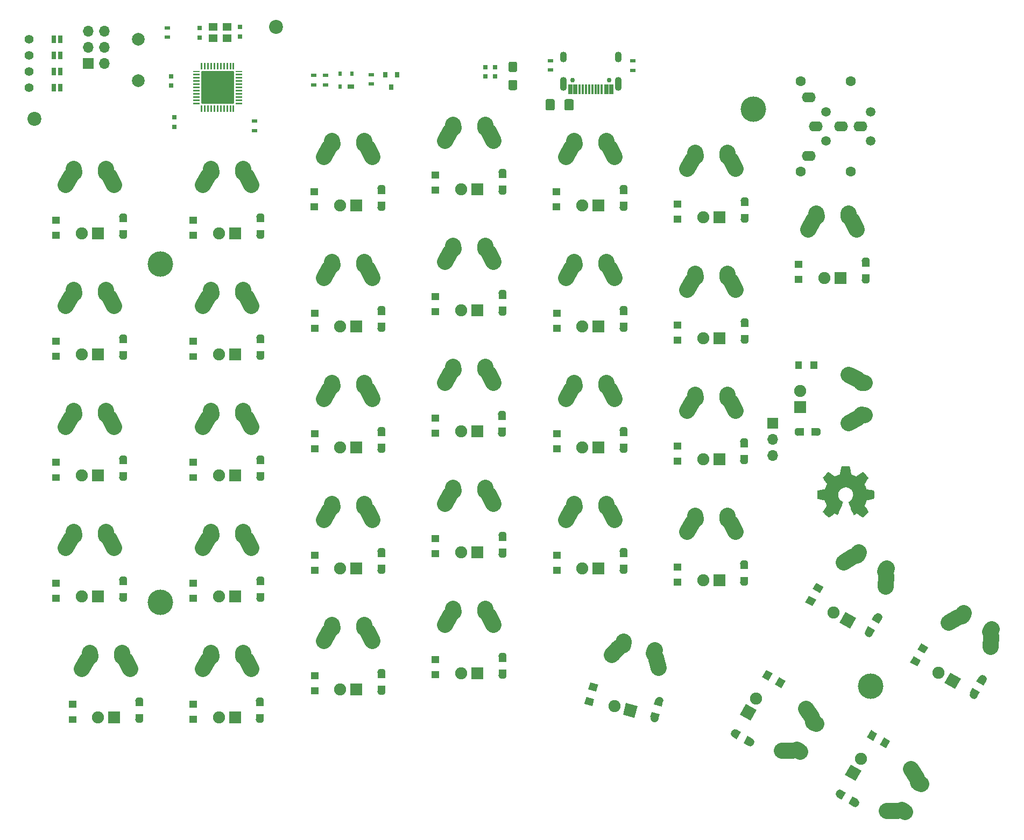
<source format=gbs>
G04 #@! TF.GenerationSoftware,KiCad,Pcbnew,(5.1.5)-3*
G04 #@! TF.CreationDate,2020-05-10T11:14:19+04:00*
G04 #@! TF.ProjectId,redox_rev2,7265646f-785f-4726-9576-322e6b696361,1.0*
G04 #@! TF.SameCoordinates,Original*
G04 #@! TF.FileFunction,Soldermask,Bot*
G04 #@! TF.FilePolarity,Negative*
%FSLAX46Y46*%
G04 Gerber Fmt 4.6, Leading zero omitted, Abs format (unit mm)*
G04 Created by KiCad (PCBNEW (5.1.5)-3) date 2020-05-10 11:14:19*
%MOMM*%
%LPD*%
G04 APERTURE LIST*
%ADD10C,0.010000*%
%ADD11C,1.397000*%
%ADD12R,0.700000X1.550000*%
%ADD13R,0.400000X1.550000*%
%ADD14C,0.750000*%
%ADD15O,1.100000X2.200000*%
%ADD16O,1.100000X1.700000*%
%ADD17R,1.905000X1.905000*%
%ADD18C,1.905000*%
%ADD19C,2.500000*%
%ADD20C,0.100000*%
%ADD21R,0.900000X0.500000*%
%ADD22R,0.800000X0.900000*%
%ADD23R,1.300000X0.900000*%
%ADD24O,1.300000X1.100000*%
%ADD25C,1.100000*%
%ADD26R,0.900000X1.300000*%
%ADD27O,1.100000X1.300000*%
%ADD28R,0.750000X0.800000*%
%ADD29R,1.300000X1.100000*%
%ADD30R,1.300000X0.700000*%
%ADD31R,1.100000X1.300000*%
%ADD32R,0.700000X1.300000*%
%ADD33R,0.635000X1.143000*%
%ADD34C,1.600000*%
%ADD35C,1.500000*%
%ADD36O,2.200000X1.600000*%
%ADD37O,1.700000X1.700000*%
%ADD38R,1.700000X1.700000*%
%ADD39R,1.000000X0.700000*%
%ADD40R,0.600000X0.700000*%
%ADD41R,1.400000X1.200000*%
%ADD42C,4.000000*%
%ADD43C,2.000000*%
%ADD44C,2.200000*%
G04 APERTURE END LIST*
D10*
G36*
X209553464Y-109050427D02*
G01*
X209440882Y-109647618D01*
X209025469Y-109818865D01*
X208610055Y-109990112D01*
X208111698Y-109651233D01*
X207972131Y-109556877D01*
X207845971Y-109472630D01*
X207739104Y-109402338D01*
X207657417Y-109349847D01*
X207606798Y-109319004D01*
X207593013Y-109312353D01*
X207568179Y-109329458D01*
X207515111Y-109376744D01*
X207439759Y-109448172D01*
X207348070Y-109537700D01*
X207245992Y-109639289D01*
X207139473Y-109746898D01*
X207034463Y-109854487D01*
X206936908Y-109956015D01*
X206852757Y-110045441D01*
X206787959Y-110116726D01*
X206748462Y-110163828D01*
X206739019Y-110179592D01*
X206752608Y-110208653D01*
X206790706Y-110272321D01*
X206849306Y-110364367D01*
X206924402Y-110478564D01*
X207011991Y-110608684D01*
X207062745Y-110682901D01*
X207155254Y-110818422D01*
X207237459Y-110940716D01*
X207305369Y-111043695D01*
X207354999Y-111121273D01*
X207382359Y-111167361D01*
X207386470Y-111177047D01*
X207377150Y-111204574D01*
X207351745Y-111268728D01*
X207314088Y-111360490D01*
X207268013Y-111470839D01*
X207217353Y-111590755D01*
X207165940Y-111711219D01*
X207117610Y-111823209D01*
X207076193Y-111917707D01*
X207045525Y-111985692D01*
X207029438Y-112018143D01*
X207028488Y-112019420D01*
X207003227Y-112025617D01*
X206935954Y-112039440D01*
X206833639Y-112059532D01*
X206703258Y-112084534D01*
X206551783Y-112113086D01*
X206463406Y-112129551D01*
X206301547Y-112160369D01*
X206155350Y-112189694D01*
X206032212Y-112215921D01*
X205939530Y-112237446D01*
X205884698Y-112252665D01*
X205873676Y-112257493D01*
X205862881Y-112290174D01*
X205854170Y-112363985D01*
X205847539Y-112470292D01*
X205842981Y-112600467D01*
X205840490Y-112745876D01*
X205840061Y-112897890D01*
X205841688Y-113047877D01*
X205845364Y-113187206D01*
X205851084Y-113307245D01*
X205858842Y-113399365D01*
X205868631Y-113454932D01*
X205874503Y-113466500D01*
X205909600Y-113480365D01*
X205983971Y-113500188D01*
X206087776Y-113523639D01*
X206211180Y-113548391D01*
X206254258Y-113556398D01*
X206461952Y-113594441D01*
X206626015Y-113625079D01*
X206751869Y-113649529D01*
X206844934Y-113669009D01*
X206910632Y-113684736D01*
X206954382Y-113697928D01*
X206981607Y-113709804D01*
X206997727Y-113721580D01*
X206999982Y-113723908D01*
X207022496Y-113761400D01*
X207056841Y-113834365D01*
X207099588Y-113933867D01*
X207147307Y-114050973D01*
X207196569Y-114176748D01*
X207243944Y-114302257D01*
X207286004Y-114418565D01*
X207319319Y-114516739D01*
X207340458Y-114587843D01*
X207345994Y-114622942D01*
X207345533Y-114624172D01*
X207326776Y-114652861D01*
X207284223Y-114715985D01*
X207222346Y-114806973D01*
X207145617Y-114919255D01*
X207058508Y-115046260D01*
X207033701Y-115082353D01*
X206945247Y-115213203D01*
X206867411Y-115332591D01*
X206804433Y-115433662D01*
X206760554Y-115509559D01*
X206740014Y-115553427D01*
X206739019Y-115558817D01*
X206756277Y-115587144D01*
X206803964Y-115643261D01*
X206875949Y-115721137D01*
X206966102Y-115814740D01*
X207068294Y-115918041D01*
X207176394Y-116025006D01*
X207284271Y-116129606D01*
X207385795Y-116225809D01*
X207474837Y-116307584D01*
X207545266Y-116368900D01*
X207590952Y-116403726D01*
X207603590Y-116409412D01*
X207633008Y-116396020D01*
X207693238Y-116359899D01*
X207774470Y-116307136D01*
X207836969Y-116264667D01*
X207950214Y-116186740D01*
X208084325Y-116094984D01*
X208218844Y-116003375D01*
X208291166Y-115954346D01*
X208535961Y-115788770D01*
X208741449Y-115899875D01*
X208835063Y-115948548D01*
X208914669Y-115986381D01*
X208968532Y-116007958D01*
X208982242Y-116010961D01*
X208998729Y-115988793D01*
X209031254Y-115926149D01*
X209077391Y-115828809D01*
X209134709Y-115702549D01*
X209200783Y-115553150D01*
X209273184Y-115386388D01*
X209349483Y-115208042D01*
X209427253Y-115023891D01*
X209504065Y-114839712D01*
X209577493Y-114661285D01*
X209645107Y-114494387D01*
X209704479Y-114344797D01*
X209753183Y-114218293D01*
X209788789Y-114120654D01*
X209808869Y-114057657D01*
X209812099Y-114036021D01*
X209786503Y-114008424D01*
X209730461Y-113963625D01*
X209655688Y-113910934D01*
X209649412Y-113906765D01*
X209456154Y-113752069D01*
X209300325Y-113571591D01*
X209183275Y-113371102D01*
X209106354Y-113156374D01*
X209070913Y-112933177D01*
X209078302Y-112707281D01*
X209129872Y-112484459D01*
X209226973Y-112270479D01*
X209255541Y-112223664D01*
X209404131Y-112034618D01*
X209579672Y-111882812D01*
X209776089Y-111769034D01*
X209987306Y-111694075D01*
X210207246Y-111658722D01*
X210429836Y-111663767D01*
X210648998Y-111709999D01*
X210858657Y-111798206D01*
X211052738Y-111929179D01*
X211112773Y-111982337D01*
X211265564Y-112148739D01*
X211376902Y-112323912D01*
X211453276Y-112520266D01*
X211495812Y-112714717D01*
X211506313Y-112933342D01*
X211471299Y-113153052D01*
X211394326Y-113366420D01*
X211278952Y-113566022D01*
X211128734Y-113744429D01*
X210947226Y-113894217D01*
X210923372Y-113910006D01*
X210847798Y-113961712D01*
X210790348Y-114006512D01*
X210762882Y-114035117D01*
X210762482Y-114036021D01*
X210768379Y-114066964D01*
X210791754Y-114137191D01*
X210830178Y-114240925D01*
X210881222Y-114372390D01*
X210942457Y-114525807D01*
X211011455Y-114695401D01*
X211085786Y-114875393D01*
X211163021Y-115060008D01*
X211240731Y-115243468D01*
X211316488Y-115419996D01*
X211387862Y-115583814D01*
X211452425Y-115729147D01*
X211507747Y-115850217D01*
X211551399Y-115941247D01*
X211580953Y-115996460D01*
X211592855Y-116010961D01*
X211629222Y-115999669D01*
X211697269Y-115969385D01*
X211785263Y-115925520D01*
X211833649Y-115899875D01*
X212039136Y-115788770D01*
X212283931Y-115954346D01*
X212408893Y-116039170D01*
X212545704Y-116132516D01*
X212673911Y-116220408D01*
X212738128Y-116264667D01*
X212828448Y-116325318D01*
X212904928Y-116373381D01*
X212957592Y-116402770D01*
X212974697Y-116408982D01*
X212999594Y-116392223D01*
X213054694Y-116345436D01*
X213134656Y-116273480D01*
X213234139Y-116181212D01*
X213347799Y-116073490D01*
X213419684Y-116004326D01*
X213545448Y-115880757D01*
X213654136Y-115770234D01*
X213741354Y-115677485D01*
X213802710Y-115607237D01*
X213833808Y-115564220D01*
X213836791Y-115555490D01*
X213822946Y-115522284D01*
X213784687Y-115455142D01*
X213726258Y-115360863D01*
X213651902Y-115246245D01*
X213565864Y-115118083D01*
X213541397Y-115082353D01*
X213452245Y-114952489D01*
X213372261Y-114835569D01*
X213305919Y-114738162D01*
X213257688Y-114666839D01*
X213232042Y-114628170D01*
X213229564Y-114624172D01*
X213233270Y-114593355D01*
X213252938Y-114525599D01*
X213285139Y-114429839D01*
X213326444Y-114315009D01*
X213373424Y-114190044D01*
X213422650Y-114063879D01*
X213470691Y-113945448D01*
X213514118Y-113843685D01*
X213549503Y-113767526D01*
X213573415Y-113725904D01*
X213575115Y-113723908D01*
X213589737Y-113712013D01*
X213614434Y-113700250D01*
X213654627Y-113687401D01*
X213715736Y-113672249D01*
X213803182Y-113653576D01*
X213922387Y-113630165D01*
X214078772Y-113600797D01*
X214277756Y-113564255D01*
X214320839Y-113556398D01*
X214448529Y-113531727D01*
X214559846Y-113507593D01*
X214644954Y-113486324D01*
X214694016Y-113470248D01*
X214700594Y-113466500D01*
X214711435Y-113433273D01*
X214720246Y-113359021D01*
X214727023Y-113252376D01*
X214731759Y-113121967D01*
X214734449Y-112976427D01*
X214735086Y-112824386D01*
X214733665Y-112674476D01*
X214730179Y-112535328D01*
X214724623Y-112415572D01*
X214716991Y-112323841D01*
X214707277Y-112268766D01*
X214701421Y-112257493D01*
X214668819Y-112246123D01*
X214594581Y-112227624D01*
X214486103Y-112203602D01*
X214350782Y-112175662D01*
X214196014Y-112145408D01*
X214111692Y-112129551D01*
X213951703Y-112099644D01*
X213809032Y-112072550D01*
X213690651Y-112049631D01*
X213603534Y-112032243D01*
X213554654Y-112021747D01*
X213546609Y-112019420D01*
X213533012Y-111993186D01*
X213504270Y-111929995D01*
X213464214Y-111838877D01*
X213416675Y-111728857D01*
X213365484Y-111608965D01*
X213314473Y-111488227D01*
X213267473Y-111375671D01*
X213228315Y-111280326D01*
X213200830Y-111211217D01*
X213188850Y-111177374D01*
X213188627Y-111175895D01*
X213202208Y-111149197D01*
X213240284Y-111087760D01*
X213298852Y-110997689D01*
X213373911Y-110885090D01*
X213461459Y-110756070D01*
X213512352Y-110681961D01*
X213605090Y-110546077D01*
X213687458Y-110422709D01*
X213755438Y-110318097D01*
X213805011Y-110238483D01*
X213832157Y-110190107D01*
X213836078Y-110179262D01*
X213819224Y-110154020D01*
X213772631Y-110100124D01*
X213702251Y-110023613D01*
X213614034Y-109930523D01*
X213513934Y-109826895D01*
X213407901Y-109718764D01*
X213301888Y-109612170D01*
X213201847Y-109513150D01*
X213113729Y-109427742D01*
X213043486Y-109361985D01*
X212997071Y-109321916D01*
X212981543Y-109312353D01*
X212956260Y-109325800D01*
X212895788Y-109363575D01*
X212806007Y-109421835D01*
X212692796Y-109496734D01*
X212562036Y-109584425D01*
X212463400Y-109651233D01*
X211965042Y-109990112D01*
X211549629Y-109818865D01*
X211134215Y-109647618D01*
X211021633Y-109050427D01*
X210909050Y-108453235D01*
X209666047Y-108453235D01*
X209553464Y-109050427D01*
G37*
X209553464Y-109050427D02*
X209440882Y-109647618D01*
X209025469Y-109818865D01*
X208610055Y-109990112D01*
X208111698Y-109651233D01*
X207972131Y-109556877D01*
X207845971Y-109472630D01*
X207739104Y-109402338D01*
X207657417Y-109349847D01*
X207606798Y-109319004D01*
X207593013Y-109312353D01*
X207568179Y-109329458D01*
X207515111Y-109376744D01*
X207439759Y-109448172D01*
X207348070Y-109537700D01*
X207245992Y-109639289D01*
X207139473Y-109746898D01*
X207034463Y-109854487D01*
X206936908Y-109956015D01*
X206852757Y-110045441D01*
X206787959Y-110116726D01*
X206748462Y-110163828D01*
X206739019Y-110179592D01*
X206752608Y-110208653D01*
X206790706Y-110272321D01*
X206849306Y-110364367D01*
X206924402Y-110478564D01*
X207011991Y-110608684D01*
X207062745Y-110682901D01*
X207155254Y-110818422D01*
X207237459Y-110940716D01*
X207305369Y-111043695D01*
X207354999Y-111121273D01*
X207382359Y-111167361D01*
X207386470Y-111177047D01*
X207377150Y-111204574D01*
X207351745Y-111268728D01*
X207314088Y-111360490D01*
X207268013Y-111470839D01*
X207217353Y-111590755D01*
X207165940Y-111711219D01*
X207117610Y-111823209D01*
X207076193Y-111917707D01*
X207045525Y-111985692D01*
X207029438Y-112018143D01*
X207028488Y-112019420D01*
X207003227Y-112025617D01*
X206935954Y-112039440D01*
X206833639Y-112059532D01*
X206703258Y-112084534D01*
X206551783Y-112113086D01*
X206463406Y-112129551D01*
X206301547Y-112160369D01*
X206155350Y-112189694D01*
X206032212Y-112215921D01*
X205939530Y-112237446D01*
X205884698Y-112252665D01*
X205873676Y-112257493D01*
X205862881Y-112290174D01*
X205854170Y-112363985D01*
X205847539Y-112470292D01*
X205842981Y-112600467D01*
X205840490Y-112745876D01*
X205840061Y-112897890D01*
X205841688Y-113047877D01*
X205845364Y-113187206D01*
X205851084Y-113307245D01*
X205858842Y-113399365D01*
X205868631Y-113454932D01*
X205874503Y-113466500D01*
X205909600Y-113480365D01*
X205983971Y-113500188D01*
X206087776Y-113523639D01*
X206211180Y-113548391D01*
X206254258Y-113556398D01*
X206461952Y-113594441D01*
X206626015Y-113625079D01*
X206751869Y-113649529D01*
X206844934Y-113669009D01*
X206910632Y-113684736D01*
X206954382Y-113697928D01*
X206981607Y-113709804D01*
X206997727Y-113721580D01*
X206999982Y-113723908D01*
X207022496Y-113761400D01*
X207056841Y-113834365D01*
X207099588Y-113933867D01*
X207147307Y-114050973D01*
X207196569Y-114176748D01*
X207243944Y-114302257D01*
X207286004Y-114418565D01*
X207319319Y-114516739D01*
X207340458Y-114587843D01*
X207345994Y-114622942D01*
X207345533Y-114624172D01*
X207326776Y-114652861D01*
X207284223Y-114715985D01*
X207222346Y-114806973D01*
X207145617Y-114919255D01*
X207058508Y-115046260D01*
X207033701Y-115082353D01*
X206945247Y-115213203D01*
X206867411Y-115332591D01*
X206804433Y-115433662D01*
X206760554Y-115509559D01*
X206740014Y-115553427D01*
X206739019Y-115558817D01*
X206756277Y-115587144D01*
X206803964Y-115643261D01*
X206875949Y-115721137D01*
X206966102Y-115814740D01*
X207068294Y-115918041D01*
X207176394Y-116025006D01*
X207284271Y-116129606D01*
X207385795Y-116225809D01*
X207474837Y-116307584D01*
X207545266Y-116368900D01*
X207590952Y-116403726D01*
X207603590Y-116409412D01*
X207633008Y-116396020D01*
X207693238Y-116359899D01*
X207774470Y-116307136D01*
X207836969Y-116264667D01*
X207950214Y-116186740D01*
X208084325Y-116094984D01*
X208218844Y-116003375D01*
X208291166Y-115954346D01*
X208535961Y-115788770D01*
X208741449Y-115899875D01*
X208835063Y-115948548D01*
X208914669Y-115986381D01*
X208968532Y-116007958D01*
X208982242Y-116010961D01*
X208998729Y-115988793D01*
X209031254Y-115926149D01*
X209077391Y-115828809D01*
X209134709Y-115702549D01*
X209200783Y-115553150D01*
X209273184Y-115386388D01*
X209349483Y-115208042D01*
X209427253Y-115023891D01*
X209504065Y-114839712D01*
X209577493Y-114661285D01*
X209645107Y-114494387D01*
X209704479Y-114344797D01*
X209753183Y-114218293D01*
X209788789Y-114120654D01*
X209808869Y-114057657D01*
X209812099Y-114036021D01*
X209786503Y-114008424D01*
X209730461Y-113963625D01*
X209655688Y-113910934D01*
X209649412Y-113906765D01*
X209456154Y-113752069D01*
X209300325Y-113571591D01*
X209183275Y-113371102D01*
X209106354Y-113156374D01*
X209070913Y-112933177D01*
X209078302Y-112707281D01*
X209129872Y-112484459D01*
X209226973Y-112270479D01*
X209255541Y-112223664D01*
X209404131Y-112034618D01*
X209579672Y-111882812D01*
X209776089Y-111769034D01*
X209987306Y-111694075D01*
X210207246Y-111658722D01*
X210429836Y-111663767D01*
X210648998Y-111709999D01*
X210858657Y-111798206D01*
X211052738Y-111929179D01*
X211112773Y-111982337D01*
X211265564Y-112148739D01*
X211376902Y-112323912D01*
X211453276Y-112520266D01*
X211495812Y-112714717D01*
X211506313Y-112933342D01*
X211471299Y-113153052D01*
X211394326Y-113366420D01*
X211278952Y-113566022D01*
X211128734Y-113744429D01*
X210947226Y-113894217D01*
X210923372Y-113910006D01*
X210847798Y-113961712D01*
X210790348Y-114006512D01*
X210762882Y-114035117D01*
X210762482Y-114036021D01*
X210768379Y-114066964D01*
X210791754Y-114137191D01*
X210830178Y-114240925D01*
X210881222Y-114372390D01*
X210942457Y-114525807D01*
X211011455Y-114695401D01*
X211085786Y-114875393D01*
X211163021Y-115060008D01*
X211240731Y-115243468D01*
X211316488Y-115419996D01*
X211387862Y-115583814D01*
X211452425Y-115729147D01*
X211507747Y-115850217D01*
X211551399Y-115941247D01*
X211580953Y-115996460D01*
X211592855Y-116010961D01*
X211629222Y-115999669D01*
X211697269Y-115969385D01*
X211785263Y-115925520D01*
X211833649Y-115899875D01*
X212039136Y-115788770D01*
X212283931Y-115954346D01*
X212408893Y-116039170D01*
X212545704Y-116132516D01*
X212673911Y-116220408D01*
X212738128Y-116264667D01*
X212828448Y-116325318D01*
X212904928Y-116373381D01*
X212957592Y-116402770D01*
X212974697Y-116408982D01*
X212999594Y-116392223D01*
X213054694Y-116345436D01*
X213134656Y-116273480D01*
X213234139Y-116181212D01*
X213347799Y-116073490D01*
X213419684Y-116004326D01*
X213545448Y-115880757D01*
X213654136Y-115770234D01*
X213741354Y-115677485D01*
X213802710Y-115607237D01*
X213833808Y-115564220D01*
X213836791Y-115555490D01*
X213822946Y-115522284D01*
X213784687Y-115455142D01*
X213726258Y-115360863D01*
X213651902Y-115246245D01*
X213565864Y-115118083D01*
X213541397Y-115082353D01*
X213452245Y-114952489D01*
X213372261Y-114835569D01*
X213305919Y-114738162D01*
X213257688Y-114666839D01*
X213232042Y-114628170D01*
X213229564Y-114624172D01*
X213233270Y-114593355D01*
X213252938Y-114525599D01*
X213285139Y-114429839D01*
X213326444Y-114315009D01*
X213373424Y-114190044D01*
X213422650Y-114063879D01*
X213470691Y-113945448D01*
X213514118Y-113843685D01*
X213549503Y-113767526D01*
X213573415Y-113725904D01*
X213575115Y-113723908D01*
X213589737Y-113712013D01*
X213614434Y-113700250D01*
X213654627Y-113687401D01*
X213715736Y-113672249D01*
X213803182Y-113653576D01*
X213922387Y-113630165D01*
X214078772Y-113600797D01*
X214277756Y-113564255D01*
X214320839Y-113556398D01*
X214448529Y-113531727D01*
X214559846Y-113507593D01*
X214644954Y-113486324D01*
X214694016Y-113470248D01*
X214700594Y-113466500D01*
X214711435Y-113433273D01*
X214720246Y-113359021D01*
X214727023Y-113252376D01*
X214731759Y-113121967D01*
X214734449Y-112976427D01*
X214735086Y-112824386D01*
X214733665Y-112674476D01*
X214730179Y-112535328D01*
X214724623Y-112415572D01*
X214716991Y-112323841D01*
X214707277Y-112268766D01*
X214701421Y-112257493D01*
X214668819Y-112246123D01*
X214594581Y-112227624D01*
X214486103Y-112203602D01*
X214350782Y-112175662D01*
X214196014Y-112145408D01*
X214111692Y-112129551D01*
X213951703Y-112099644D01*
X213809032Y-112072550D01*
X213690651Y-112049631D01*
X213603534Y-112032243D01*
X213554654Y-112021747D01*
X213546609Y-112019420D01*
X213533012Y-111993186D01*
X213504270Y-111929995D01*
X213464214Y-111838877D01*
X213416675Y-111728857D01*
X213365484Y-111608965D01*
X213314473Y-111488227D01*
X213267473Y-111375671D01*
X213228315Y-111280326D01*
X213200830Y-111211217D01*
X213188850Y-111177374D01*
X213188627Y-111175895D01*
X213202208Y-111149197D01*
X213240284Y-111087760D01*
X213298852Y-110997689D01*
X213373911Y-110885090D01*
X213461459Y-110756070D01*
X213512352Y-110681961D01*
X213605090Y-110546077D01*
X213687458Y-110422709D01*
X213755438Y-110318097D01*
X213805011Y-110238483D01*
X213832157Y-110190107D01*
X213836078Y-110179262D01*
X213819224Y-110154020D01*
X213772631Y-110100124D01*
X213702251Y-110023613D01*
X213614034Y-109930523D01*
X213513934Y-109826895D01*
X213407901Y-109718764D01*
X213301888Y-109612170D01*
X213201847Y-109513150D01*
X213113729Y-109427742D01*
X213043486Y-109361985D01*
X212997071Y-109321916D01*
X212981543Y-109312353D01*
X212956260Y-109325800D01*
X212895788Y-109363575D01*
X212806007Y-109421835D01*
X212692796Y-109496734D01*
X212562036Y-109584425D01*
X212463400Y-109651233D01*
X211965042Y-109990112D01*
X211549629Y-109818865D01*
X211134215Y-109647618D01*
X211021633Y-109050427D01*
X210909050Y-108453235D01*
X209666047Y-108453235D01*
X209553464Y-109050427D01*
D11*
X81800000Y-48820000D03*
X81800000Y-46280000D03*
X81800000Y-43740000D03*
X81800000Y-41200000D03*
D12*
X173425000Y-49095000D03*
X166975000Y-49095000D03*
X172650000Y-49095000D03*
X167750000Y-49095000D03*
D13*
X168450000Y-49095000D03*
X171950000Y-49095000D03*
X168950000Y-49095000D03*
X171450000Y-49095000D03*
X169450000Y-49095000D03*
X170950000Y-49095000D03*
X170450000Y-49095000D03*
X169950000Y-49095000D03*
D14*
X173090000Y-47650000D03*
D15*
X165880000Y-48180000D03*
X174520000Y-48180000D03*
D16*
X165880000Y-44000000D03*
X174520000Y-44000000D03*
D14*
X167310000Y-47650000D03*
D17*
X92710000Y-71755000D03*
D18*
X90170000Y-71755000D03*
D19*
X93979724Y-61595672D02*
X93940276Y-62174328D01*
X88440453Y-62675046D02*
X87629547Y-64134954D01*
X94439547Y-62675046D02*
X95250453Y-64134954D01*
X88900276Y-61595672D02*
X88939724Y-62174328D01*
D17*
X92710000Y-90805000D03*
D18*
X90170000Y-90805000D03*
D19*
X93979724Y-80645672D02*
X93940276Y-81224328D01*
X88440453Y-81725046D02*
X87629547Y-83184954D01*
X94439547Y-81725046D02*
X95250453Y-83184954D01*
X88900276Y-80645672D02*
X88939724Y-81224328D01*
D17*
X92710000Y-109855000D03*
D18*
X90170000Y-109855000D03*
D19*
X93979724Y-99695672D02*
X93940276Y-100274328D01*
X88440453Y-100775046D02*
X87629547Y-102234954D01*
X94439547Y-100775046D02*
X95250453Y-102234954D01*
X88900276Y-99695672D02*
X88939724Y-100274328D01*
D17*
X92710000Y-128905000D03*
D18*
X90170000Y-128905000D03*
D19*
X93979724Y-118745672D02*
X93940276Y-119324328D01*
X88440453Y-119825046D02*
X87629547Y-121284954D01*
X94439547Y-119825046D02*
X95250453Y-121284954D01*
X88900276Y-118745672D02*
X88939724Y-119324328D01*
D20*
G36*
X175275356Y-147514122D02*
G01*
X175768406Y-145674034D01*
X177608494Y-146167084D01*
X177115444Y-148007172D01*
X175275356Y-147514122D01*
G37*
D18*
X173988473Y-146183203D03*
D19*
X180297812Y-137356074D02*
X180109940Y-137904804D01*
X174667925Y-136965002D02*
X173506797Y-138165286D01*
X180462604Y-138517681D02*
X180868028Y-140137721D01*
X175391441Y-136041416D02*
X175279779Y-136610566D01*
D20*
G36*
X194641952Y-145848713D02*
G01*
X196291730Y-146801213D01*
X195339230Y-148450991D01*
X193689452Y-147498491D01*
X194641952Y-145848713D01*
G37*
D18*
X196260591Y-144950148D03*
D19*
X203153966Y-153329130D02*
X202672558Y-153005638D01*
X204988835Y-147992294D02*
X204129971Y-146560074D01*
X201989288Y-153187660D02*
X200319518Y-153159972D01*
X205693690Y-148930198D02*
X205172834Y-148675034D01*
D17*
X203200000Y-99060000D03*
D18*
X203200000Y-96520000D03*
D19*
X213359328Y-100329724D02*
X212780672Y-100290276D01*
X212279954Y-94790453D02*
X210820046Y-93979547D01*
X212279954Y-100789547D02*
X210820046Y-101600453D01*
X213359328Y-95250276D02*
X212780672Y-95289724D01*
D20*
G36*
X211151952Y-155373713D02*
G01*
X212801730Y-156326213D01*
X211849230Y-157975991D01*
X210199452Y-157023491D01*
X211151952Y-155373713D01*
G37*
D18*
X212770591Y-154475148D03*
D19*
X219663966Y-162854130D02*
X219182558Y-162530638D01*
X221498835Y-157517294D02*
X220639971Y-156085074D01*
X218499288Y-162712660D02*
X216829518Y-162684972D01*
X222203690Y-158455198D02*
X221682834Y-158200034D01*
D17*
X133350000Y-67310000D03*
D18*
X130810000Y-67310000D03*
D19*
X134619724Y-57150672D02*
X134580276Y-57729328D01*
X129080453Y-58230046D02*
X128269547Y-59689954D01*
X135079547Y-58230046D02*
X135890453Y-59689954D01*
X129540276Y-57150672D02*
X129579724Y-57729328D01*
D17*
X190500000Y-69215000D03*
D18*
X187960000Y-69215000D03*
D19*
X191769724Y-59055672D02*
X191730276Y-59634328D01*
X186230453Y-60135046D02*
X185419547Y-61594954D01*
X192229547Y-60135046D02*
X193040453Y-61594954D01*
X186690276Y-59055672D02*
X186729724Y-59634328D01*
D17*
X114300000Y-71755000D03*
D18*
X111760000Y-71755000D03*
D19*
X115569724Y-61595672D02*
X115530276Y-62174328D01*
X110030453Y-62675046D02*
X109219547Y-64134954D01*
X116029547Y-62675046D02*
X116840453Y-64134954D01*
X110490276Y-61595672D02*
X110529724Y-62174328D01*
D17*
X95250000Y-147955000D03*
D18*
X92710000Y-147955000D03*
D19*
X96519724Y-137795672D02*
X96480276Y-138374328D01*
X90980453Y-138875046D02*
X90169547Y-140334954D01*
X96979547Y-138875046D02*
X97790453Y-140334954D01*
X91440276Y-137795672D02*
X91479724Y-138374328D01*
D17*
X114300000Y-90805000D03*
D18*
X111760000Y-90805000D03*
D19*
X115569724Y-80645672D02*
X115530276Y-81224328D01*
X110030453Y-81725046D02*
X109219547Y-83184954D01*
X116029547Y-81725046D02*
X116840453Y-83184954D01*
X110490276Y-80645672D02*
X110529724Y-81224328D01*
D17*
X114300000Y-109855000D03*
D18*
X111760000Y-109855000D03*
D19*
X115569724Y-99695672D02*
X115530276Y-100274328D01*
X110030453Y-100775046D02*
X109219547Y-102234954D01*
X116029547Y-100775046D02*
X116840453Y-102234954D01*
X110490276Y-99695672D02*
X110529724Y-100274328D01*
D17*
X114300000Y-128905000D03*
D18*
X111760000Y-128905000D03*
D19*
X115569724Y-118745672D02*
X115530276Y-119324328D01*
X110030453Y-119825046D02*
X109219547Y-121284954D01*
X116029547Y-119825046D02*
X116840453Y-121284954D01*
X110490276Y-118745672D02*
X110529724Y-119324328D01*
D17*
X114300000Y-147955000D03*
D18*
X111760000Y-147955000D03*
D19*
X115569724Y-137795672D02*
X115530276Y-138374328D01*
X110030453Y-138875046D02*
X109219547Y-140334954D01*
X116029547Y-138875046D02*
X116840453Y-140334954D01*
X110490276Y-137795672D02*
X110529724Y-138374328D01*
D17*
X133350000Y-86360000D03*
D18*
X130810000Y-86360000D03*
D19*
X134619724Y-76200672D02*
X134580276Y-76779328D01*
X129080453Y-77280046D02*
X128269547Y-78739954D01*
X135079547Y-77280046D02*
X135890453Y-78739954D01*
X129540276Y-76200672D02*
X129579724Y-76779328D01*
D17*
X133350000Y-105410000D03*
D18*
X130810000Y-105410000D03*
D19*
X134619724Y-95250672D02*
X134580276Y-95829328D01*
X129080453Y-96330046D02*
X128269547Y-97789954D01*
X135079547Y-96330046D02*
X135890453Y-97789954D01*
X129540276Y-95250672D02*
X129579724Y-95829328D01*
D17*
X133350000Y-124460000D03*
D18*
X130810000Y-124460000D03*
D19*
X134619724Y-114300672D02*
X134580276Y-114879328D01*
X129080453Y-115380046D02*
X128269547Y-116839954D01*
X135079547Y-115380046D02*
X135890453Y-116839954D01*
X129540276Y-114300672D02*
X129579724Y-114879328D01*
D17*
X133350000Y-143510000D03*
D18*
X130810000Y-143510000D03*
D19*
X134619724Y-133350672D02*
X134580276Y-133929328D01*
X129080453Y-134430046D02*
X128269547Y-135889954D01*
X135079547Y-134430046D02*
X135890453Y-135889954D01*
X129540276Y-133350672D02*
X129579724Y-133929328D01*
D17*
X152400000Y-64770000D03*
D18*
X149860000Y-64770000D03*
D19*
X153669724Y-54610672D02*
X153630276Y-55189328D01*
X148130453Y-55690046D02*
X147319547Y-57149954D01*
X154129547Y-55690046D02*
X154940453Y-57149954D01*
X148590276Y-54610672D02*
X148629724Y-55189328D01*
D17*
X152400000Y-83820000D03*
D18*
X149860000Y-83820000D03*
D19*
X153669724Y-73660672D02*
X153630276Y-74239328D01*
X148130453Y-74740046D02*
X147319547Y-76199954D01*
X154129547Y-74740046D02*
X154940453Y-76199954D01*
X148590276Y-73660672D02*
X148629724Y-74239328D01*
D17*
X152400000Y-102870000D03*
D18*
X149860000Y-102870000D03*
D19*
X153669724Y-92710672D02*
X153630276Y-93289328D01*
X148130453Y-93790046D02*
X147319547Y-95249954D01*
X154129547Y-93790046D02*
X154940453Y-95249954D01*
X148590276Y-92710672D02*
X148629724Y-93289328D01*
D17*
X152400000Y-121920000D03*
D18*
X149860000Y-121920000D03*
D19*
X153669724Y-111760672D02*
X153630276Y-112339328D01*
X148130453Y-112840046D02*
X147319547Y-114299954D01*
X154129547Y-112840046D02*
X154940453Y-114299954D01*
X148590276Y-111760672D02*
X148629724Y-112339328D01*
D17*
X152400000Y-140970000D03*
D18*
X149860000Y-140970000D03*
D19*
X153669724Y-130810672D02*
X153630276Y-131389328D01*
X148130453Y-131890046D02*
X147319547Y-133349954D01*
X154129547Y-131890046D02*
X154940453Y-133349954D01*
X148590276Y-130810672D02*
X148629724Y-131389328D01*
D17*
X171450000Y-67310000D03*
D18*
X168910000Y-67310000D03*
D19*
X172719724Y-57150672D02*
X172680276Y-57729328D01*
X167180453Y-58230046D02*
X166369547Y-59689954D01*
X173179547Y-58230046D02*
X173990453Y-59689954D01*
X167640276Y-57150672D02*
X167679724Y-57729328D01*
D17*
X171450000Y-86360000D03*
D18*
X168910000Y-86360000D03*
D19*
X172719724Y-76200672D02*
X172680276Y-76779328D01*
X167180453Y-77280046D02*
X166369547Y-78739954D01*
X173179547Y-77280046D02*
X173990453Y-78739954D01*
X167640276Y-76200672D02*
X167679724Y-76779328D01*
D17*
X171450000Y-105410000D03*
D18*
X168910000Y-105410000D03*
D19*
X172719724Y-95250672D02*
X172680276Y-95829328D01*
X167180453Y-96330046D02*
X166369547Y-97789954D01*
X173179547Y-96330046D02*
X173990453Y-97789954D01*
X167640276Y-95250672D02*
X167679724Y-95829328D01*
D17*
X171450000Y-124460000D03*
D18*
X168910000Y-124460000D03*
D19*
X172719724Y-114300672D02*
X172680276Y-114879328D01*
X167180453Y-115380046D02*
X166369547Y-116839954D01*
X173179547Y-115380046D02*
X173990453Y-116839954D01*
X167640276Y-114300672D02*
X167679724Y-114879328D01*
D17*
X190500000Y-88265000D03*
D18*
X187960000Y-88265000D03*
D19*
X191769724Y-78105672D02*
X191730276Y-78684328D01*
X186230453Y-79185046D02*
X185419547Y-80644954D01*
X192229547Y-79185046D02*
X193040453Y-80644954D01*
X186690276Y-78105672D02*
X186729724Y-78684328D01*
D17*
X190500000Y-107315000D03*
D18*
X187960000Y-107315000D03*
D19*
X191769724Y-97155672D02*
X191730276Y-97734328D01*
X186230453Y-98235046D02*
X185419547Y-99694954D01*
X192229547Y-98235046D02*
X193040453Y-99694954D01*
X186690276Y-97155672D02*
X186729724Y-97734328D01*
D17*
X190500000Y-126365000D03*
D18*
X187960000Y-126365000D03*
D19*
X191769724Y-116205672D02*
X191730276Y-116784328D01*
X186230453Y-117285046D02*
X185419547Y-118744954D01*
X192229547Y-117285046D02*
X193040453Y-118744954D01*
X186690276Y-116205672D02*
X186729724Y-116784328D01*
D17*
X209550000Y-78740000D03*
D18*
X207010000Y-78740000D03*
D19*
X210819724Y-68580672D02*
X210780276Y-69159328D01*
X205280453Y-69660046D02*
X204469547Y-71119954D01*
X211279547Y-69660046D02*
X212090453Y-71119954D01*
X205740276Y-68580672D02*
X205779724Y-69159328D01*
D20*
G36*
X209348713Y-133018048D02*
G01*
X210301213Y-131368270D01*
X211950991Y-132320770D01*
X210998491Y-133970548D01*
X209348713Y-133018048D01*
G37*
D18*
X208450148Y-131399409D03*
D19*
X216829130Y-124506034D02*
X216505638Y-124987442D01*
X211492294Y-122671165D02*
X210060074Y-123530029D01*
X216687660Y-125670712D02*
X216659972Y-127340482D01*
X212430198Y-121966310D02*
X212175034Y-122487166D01*
D20*
G36*
X225858713Y-142543048D02*
G01*
X226811213Y-140893270D01*
X228460991Y-141845770D01*
X227508491Y-143495548D01*
X225858713Y-142543048D01*
G37*
D18*
X224960148Y-140924409D03*
D19*
X233339130Y-134031034D02*
X233015638Y-134512442D01*
X228002294Y-132196165D02*
X226570074Y-133055029D01*
X233197660Y-135195712D02*
X233169972Y-136865482D01*
X228940198Y-131491310D02*
X228685034Y-132012166D01*
D21*
X135700000Y-48250000D03*
X135700000Y-46750000D03*
D22*
X138800000Y-48750000D03*
X139750000Y-46750000D03*
X137850000Y-46750000D03*
D23*
X96647000Y-71662000D03*
X96647000Y-69562000D03*
D24*
X96647000Y-72112000D03*
X96647000Y-69112000D03*
D23*
X96647000Y-90712000D03*
X96647000Y-88612000D03*
D24*
X96647000Y-91162000D03*
X96647000Y-88162000D03*
D23*
X96647000Y-109762000D03*
X96647000Y-107662000D03*
D24*
X96647000Y-110212000D03*
X96647000Y-107212000D03*
D23*
X96647000Y-128812000D03*
X96647000Y-126712000D03*
D24*
X96647000Y-129262000D03*
X96647000Y-126262000D03*
D23*
X99187000Y-147862000D03*
X99187000Y-145762000D03*
D24*
X99187000Y-148312000D03*
X99187000Y-145312000D03*
D23*
X118237000Y-71662000D03*
X118237000Y-69562000D03*
D24*
X118237000Y-72112000D03*
X118237000Y-69112000D03*
D23*
X118237000Y-90712000D03*
X118237000Y-88612000D03*
D24*
X118237000Y-91162000D03*
X118237000Y-88162000D03*
D23*
X118237000Y-109762000D03*
X118237000Y-107662000D03*
D24*
X118237000Y-110212000D03*
X118237000Y-107212000D03*
D23*
X118237000Y-128812000D03*
X118237000Y-126712000D03*
D24*
X118237000Y-129262000D03*
X118237000Y-126262000D03*
D23*
X118200000Y-147862000D03*
X118200000Y-145762000D03*
D24*
X118200000Y-148312000D03*
X118200000Y-145312000D03*
D23*
X137300000Y-67217000D03*
X137300000Y-65117000D03*
D24*
X137300000Y-67667000D03*
X137300000Y-64667000D03*
D23*
X137300000Y-86267000D03*
X137300000Y-84167000D03*
D24*
X137300000Y-86717000D03*
X137300000Y-83717000D03*
D23*
X137287000Y-105317000D03*
X137287000Y-103217000D03*
D24*
X137287000Y-105767000D03*
X137287000Y-102767000D03*
D23*
X137287000Y-124367000D03*
X137287000Y-122267000D03*
D24*
X137287000Y-124817000D03*
X137287000Y-121817000D03*
D23*
X137287000Y-143417000D03*
X137287000Y-141317000D03*
D24*
X137287000Y-143867000D03*
X137287000Y-140867000D03*
D23*
X156337000Y-64677000D03*
X156337000Y-62577000D03*
D24*
X156337000Y-65127000D03*
X156337000Y-62127000D03*
D23*
X156337000Y-83727000D03*
X156337000Y-81627000D03*
D24*
X156337000Y-84177000D03*
X156337000Y-81177000D03*
D23*
X156300000Y-102777000D03*
X156300000Y-100677000D03*
D24*
X156300000Y-103227000D03*
X156300000Y-100227000D03*
D23*
X156337000Y-121827000D03*
X156337000Y-119727000D03*
D24*
X156337000Y-122277000D03*
X156337000Y-119277000D03*
D23*
X156337000Y-140877000D03*
X156337000Y-138777000D03*
D24*
X156337000Y-141327000D03*
X156337000Y-138327000D03*
D23*
X175387000Y-67217000D03*
X175387000Y-65117000D03*
D24*
X175387000Y-67667000D03*
X175387000Y-64667000D03*
D23*
X175387000Y-86267000D03*
X175387000Y-84167000D03*
D24*
X175387000Y-86717000D03*
X175387000Y-83717000D03*
D23*
X175387000Y-105317000D03*
X175387000Y-103217000D03*
D24*
X175387000Y-105767000D03*
X175387000Y-102767000D03*
D23*
X175400000Y-124367000D03*
X175400000Y-122267000D03*
D24*
X175400000Y-124817000D03*
X175400000Y-121817000D03*
D20*
G36*
X179810857Y-147096323D02*
G01*
X181066560Y-147432788D01*
X180833623Y-148302121D01*
X179577920Y-147965656D01*
X179810857Y-147096323D01*
G37*
G36*
X180354377Y-145067879D02*
G01*
X181610080Y-145404344D01*
X181377143Y-146273677D01*
X180121440Y-145937212D01*
X180354377Y-145067879D01*
G37*
D25*
X180302364Y-148159771D02*
X180109178Y-148108007D01*
X181078822Y-145261993D02*
X180885636Y-145210229D01*
D23*
X194437000Y-69122000D03*
X194437000Y-67022000D03*
D24*
X194437000Y-69572000D03*
X194437000Y-66572000D03*
D23*
X194437000Y-88172000D03*
X194437000Y-86072000D03*
D24*
X194437000Y-88622000D03*
X194437000Y-85622000D03*
D23*
X194400000Y-107095000D03*
X194400000Y-104995000D03*
D24*
X194400000Y-107545000D03*
X194400000Y-104545000D03*
D23*
X194400000Y-126272000D03*
X194400000Y-124172000D03*
D24*
X194400000Y-126722000D03*
X194400000Y-123722000D03*
D20*
G36*
X193861384Y-150267083D02*
G01*
X193211384Y-151392917D01*
X192431962Y-150942917D01*
X193081962Y-149817083D01*
X193861384Y-150267083D01*
G37*
G36*
X195680038Y-151317083D02*
G01*
X195030038Y-152442917D01*
X194250616Y-151992917D01*
X194900616Y-150867083D01*
X195680038Y-151317083D01*
G37*
D25*
X192706962Y-150466603D02*
X192806962Y-150293397D01*
X195305038Y-151966603D02*
X195405038Y-151793397D01*
D23*
X213487000Y-78647000D03*
X213487000Y-76547000D03*
D24*
X213487000Y-79097000D03*
X213487000Y-76097000D03*
D26*
X203293000Y-102997000D03*
X205393000Y-102997000D03*
D27*
X202843000Y-102997000D03*
X205843000Y-102997000D03*
D20*
G36*
X213837083Y-133594616D02*
G01*
X214962917Y-134244616D01*
X214512917Y-135024038D01*
X213387083Y-134374038D01*
X213837083Y-133594616D01*
G37*
G36*
X214887083Y-131775962D02*
G01*
X216012917Y-132425962D01*
X215562917Y-133205384D01*
X214437083Y-132555384D01*
X214887083Y-131775962D01*
G37*
D25*
X214036603Y-134749038D02*
X213863397Y-134649038D01*
X215536603Y-132150962D02*
X215363397Y-132050962D01*
D20*
G36*
X230277083Y-143323616D02*
G01*
X231402917Y-143973616D01*
X230952917Y-144753038D01*
X229827083Y-144103038D01*
X230277083Y-143323616D01*
G37*
G36*
X231327083Y-141504962D02*
G01*
X232452917Y-142154962D01*
X232002917Y-142934384D01*
X230877083Y-142284384D01*
X231327083Y-141504962D01*
G37*
D25*
X230476603Y-144478038D02*
X230303397Y-144378038D01*
X231976603Y-141879962D02*
X231803397Y-141779962D01*
D20*
G36*
X210371384Y-159792083D02*
G01*
X209721384Y-160917917D01*
X208941962Y-160467917D01*
X209591962Y-159342083D01*
X210371384Y-159792083D01*
G37*
G36*
X212190038Y-160842083D02*
G01*
X211540038Y-161967917D01*
X210760616Y-161517917D01*
X211410616Y-160392083D01*
X212190038Y-160842083D01*
G37*
D25*
X209216962Y-159991603D02*
X209316962Y-159818397D01*
X211815038Y-161491603D02*
X211915038Y-161318397D01*
D28*
X104700000Y-53450000D03*
X104700000Y-54950000D03*
D29*
X86106000Y-69716000D03*
X86106000Y-72016000D03*
D30*
X86106000Y-69466000D03*
X86106000Y-72266000D03*
D29*
X86100000Y-88750000D03*
X86100000Y-91050000D03*
D30*
X86100000Y-88500000D03*
X86100000Y-91300000D03*
D29*
X86100000Y-107850000D03*
X86100000Y-110150000D03*
D30*
X86100000Y-107600000D03*
X86100000Y-110400000D03*
D29*
X86100000Y-126850000D03*
X86100000Y-129150000D03*
D30*
X86100000Y-126600000D03*
X86100000Y-129400000D03*
D29*
X88700000Y-145950000D03*
X88700000Y-148250000D03*
D30*
X88700000Y-145700000D03*
X88700000Y-148500000D03*
D29*
X107696000Y-69716000D03*
X107696000Y-72016000D03*
D30*
X107696000Y-69466000D03*
X107696000Y-72266000D03*
D29*
X107700000Y-88800000D03*
X107700000Y-91100000D03*
D30*
X107700000Y-88550000D03*
X107700000Y-91350000D03*
D29*
X107700000Y-107850000D03*
X107700000Y-110150000D03*
D30*
X107700000Y-107600000D03*
X107700000Y-110400000D03*
D29*
X107700000Y-126850000D03*
X107700000Y-129150000D03*
D30*
X107700000Y-126600000D03*
X107700000Y-129400000D03*
D29*
X107700000Y-145900000D03*
X107700000Y-148200000D03*
D30*
X107700000Y-145650000D03*
X107700000Y-148450000D03*
D29*
X126746000Y-65250000D03*
X126746000Y-67550000D03*
D30*
X126746000Y-65000000D03*
X126746000Y-67800000D03*
D29*
X126800000Y-84350000D03*
X126800000Y-86650000D03*
D30*
X126800000Y-84100000D03*
X126800000Y-86900000D03*
D29*
X126800000Y-103350000D03*
X126800000Y-105650000D03*
D30*
X126800000Y-103100000D03*
X126800000Y-105900000D03*
D29*
X126800000Y-122450000D03*
X126800000Y-124750000D03*
D30*
X126800000Y-122200000D03*
X126800000Y-125000000D03*
D29*
X126800000Y-141450000D03*
X126800000Y-143750000D03*
D30*
X126800000Y-141200000D03*
X126800000Y-144000000D03*
D29*
X145796000Y-62604000D03*
X145796000Y-64904000D03*
D30*
X145796000Y-62354000D03*
X145796000Y-65154000D03*
D29*
X145800000Y-81750000D03*
X145800000Y-84050000D03*
D30*
X145800000Y-81500000D03*
X145800000Y-84300000D03*
D29*
X145800000Y-100850000D03*
X145800000Y-103150000D03*
D30*
X145800000Y-100600000D03*
X145800000Y-103400000D03*
D29*
X145800000Y-119850000D03*
X145800000Y-122150000D03*
D30*
X145800000Y-119600000D03*
X145800000Y-122400000D03*
D29*
X145800000Y-138900000D03*
X145800000Y-141200000D03*
D30*
X145800000Y-138650000D03*
X145800000Y-141450000D03*
D29*
X164846000Y-65250000D03*
X164846000Y-67550000D03*
D30*
X164846000Y-65000000D03*
X164846000Y-67800000D03*
D29*
X164900000Y-84350000D03*
X164900000Y-86650000D03*
D30*
X164900000Y-84100000D03*
X164900000Y-86900000D03*
D29*
X164900000Y-103350000D03*
X164900000Y-105650000D03*
D30*
X164900000Y-103100000D03*
X164900000Y-105900000D03*
D29*
X164900000Y-122450000D03*
X164900000Y-124750000D03*
D30*
X164900000Y-122200000D03*
X164900000Y-125000000D03*
D20*
G36*
X171080785Y-143877862D02*
G01*
X169825082Y-143541397D01*
X170109783Y-142478878D01*
X171365486Y-142815343D01*
X171080785Y-143877862D01*
G37*
G36*
X170485501Y-146099492D02*
G01*
X169229798Y-145763027D01*
X169514499Y-144700508D01*
X170770202Y-145036973D01*
X170485501Y-146099492D01*
G37*
G36*
X171197254Y-143443195D02*
G01*
X169941551Y-143106731D01*
X170122724Y-142430583D01*
X171378427Y-142767047D01*
X171197254Y-143443195D01*
G37*
G36*
X170472560Y-146147787D02*
G01*
X169216857Y-145811323D01*
X169398030Y-145135175D01*
X170653733Y-145471639D01*
X170472560Y-146147787D01*
G37*
D29*
X183900000Y-67150000D03*
X183900000Y-69450000D03*
D30*
X183900000Y-66900000D03*
X183900000Y-69700000D03*
D29*
X183900000Y-86250000D03*
X183900000Y-88550000D03*
D30*
X183900000Y-86000000D03*
X183900000Y-88800000D03*
D29*
X183900000Y-105250000D03*
X183900000Y-107550000D03*
D30*
X183900000Y-105000000D03*
X183900000Y-107800000D03*
D29*
X183900000Y-124350000D03*
X183900000Y-126650000D03*
D30*
X183900000Y-124100000D03*
X183900000Y-126900000D03*
D20*
G36*
X199194615Y-142762917D02*
G01*
X199844615Y-141637083D01*
X200797243Y-142187083D01*
X200147243Y-143312917D01*
X199194615Y-142762917D01*
G37*
G36*
X197202757Y-141612917D02*
G01*
X197852757Y-140487083D01*
X198805385Y-141037083D01*
X198155385Y-142162917D01*
X197202757Y-141612917D01*
G37*
G36*
X199584327Y-142987917D02*
G01*
X200234327Y-141862083D01*
X200840545Y-142212083D01*
X200190545Y-143337917D01*
X199584327Y-142987917D01*
G37*
G36*
X197159455Y-141587917D02*
G01*
X197809455Y-140462083D01*
X198415673Y-140812083D01*
X197765673Y-141937917D01*
X197159455Y-141587917D01*
G37*
D29*
X202946000Y-76650000D03*
X202946000Y-78950000D03*
D30*
X202946000Y-76400000D03*
X202946000Y-79200000D03*
D31*
X205250000Y-92456000D03*
X202950000Y-92456000D03*
D32*
X205500000Y-92456000D03*
X202700000Y-92456000D03*
D20*
G36*
X206262917Y-128405385D02*
G01*
X205137083Y-127755385D01*
X205687083Y-126802757D01*
X206812917Y-127452757D01*
X206262917Y-128405385D01*
G37*
G36*
X205112917Y-130397243D02*
G01*
X203987083Y-129747243D01*
X204537083Y-128794615D01*
X205662917Y-129444615D01*
X205112917Y-130397243D01*
G37*
G36*
X206487917Y-128015673D02*
G01*
X205362083Y-127365673D01*
X205712083Y-126759455D01*
X206837917Y-127409455D01*
X206487917Y-128015673D01*
G37*
G36*
X205087917Y-130440545D02*
G01*
X203962083Y-129790545D01*
X204312083Y-129184327D01*
X205437917Y-129834327D01*
X205087917Y-130440545D01*
G37*
G36*
X222762917Y-137905385D02*
G01*
X221637083Y-137255385D01*
X222187083Y-136302757D01*
X223312917Y-136952757D01*
X222762917Y-137905385D01*
G37*
G36*
X221612917Y-139897243D02*
G01*
X220487083Y-139247243D01*
X221037083Y-138294615D01*
X222162917Y-138944615D01*
X221612917Y-139897243D01*
G37*
G36*
X222987917Y-137515673D02*
G01*
X221862083Y-136865673D01*
X222212083Y-136259455D01*
X223337917Y-136909455D01*
X222987917Y-137515673D01*
G37*
G36*
X221587917Y-139940545D02*
G01*
X220462083Y-139290545D01*
X220812083Y-138684327D01*
X221937917Y-139334327D01*
X221587917Y-139940545D01*
G37*
G36*
X215690544Y-152237917D02*
G01*
X216340544Y-151112083D01*
X217293172Y-151662083D01*
X216643172Y-152787917D01*
X215690544Y-152237917D01*
G37*
G36*
X213698686Y-151087917D02*
G01*
X214348686Y-149962083D01*
X215301314Y-150512083D01*
X214651314Y-151637917D01*
X213698686Y-151087917D01*
G37*
G36*
X216080256Y-152462917D02*
G01*
X216730256Y-151337083D01*
X217336474Y-151687083D01*
X216686474Y-152812917D01*
X216080256Y-152462917D01*
G37*
G36*
X213655384Y-151062917D02*
G01*
X214305384Y-149937083D01*
X214911602Y-150287083D01*
X214261602Y-151412917D01*
X213655384Y-151062917D01*
G37*
D33*
X86735380Y-48848000D03*
X85734620Y-48848000D03*
X86735380Y-46308000D03*
X85734620Y-46308000D03*
X86735380Y-43741000D03*
X85734620Y-43741000D03*
X86735380Y-41201000D03*
X85734620Y-41201000D03*
D34*
X203287800Y-47816000D03*
X211087800Y-47816000D03*
X203287800Y-62040000D03*
X211087800Y-62040000D03*
D35*
X207223800Y-57228000D03*
X214223800Y-57228000D03*
D36*
X204523800Y-59528000D03*
X204523800Y-50328000D03*
X205623800Y-54928000D03*
X212623800Y-54928000D03*
D35*
X207223800Y-52628000D03*
X214223800Y-52628000D03*
D36*
X209623800Y-54928000D03*
D37*
X198882000Y-106680000D03*
X198882000Y-104140000D03*
D38*
X198882000Y-101600000D03*
D39*
X132450000Y-48600000D03*
D40*
X132650000Y-46600000D03*
X130750000Y-48600000D03*
X130750000Y-46600000D03*
D41*
X113000000Y-39280000D03*
X110800000Y-39280000D03*
X110800000Y-40980000D03*
X113000000Y-40980000D03*
D28*
X115000000Y-39250000D03*
X115000000Y-40750000D03*
X108700000Y-39400000D03*
X108700000Y-40900000D03*
X155150000Y-45567900D03*
X155150000Y-47067900D03*
X104150000Y-48502000D03*
X104150000Y-47002000D03*
X153600000Y-45550000D03*
X153600000Y-47050000D03*
D42*
X195839000Y-52200000D03*
X102489000Y-76614000D03*
X102500000Y-129800000D03*
X214249000Y-143002000D03*
D21*
X163850000Y-46050000D03*
X163850000Y-44550000D03*
X176850000Y-46100000D03*
X176850000Y-44600000D03*
X126650000Y-46900000D03*
X126650000Y-48400000D03*
X128450000Y-46900000D03*
X128450000Y-48400000D03*
X103632000Y-40882000D03*
X103632000Y-39382000D03*
X117284500Y-54050500D03*
X117284500Y-55550500D03*
D37*
X93726000Y-39878000D03*
X91186000Y-39878000D03*
X93726000Y-42418000D03*
X91186000Y-42418000D03*
X93726000Y-44958000D03*
D38*
X91186000Y-44958000D03*
D43*
X99000000Y-47700000D03*
X99000000Y-41200000D03*
D20*
G36*
X158399505Y-47613704D02*
G01*
X158423773Y-47617304D01*
X158447572Y-47623265D01*
X158470671Y-47631530D01*
X158492850Y-47642020D01*
X158513893Y-47654632D01*
X158533599Y-47669247D01*
X158551777Y-47685723D01*
X158568253Y-47703901D01*
X158582868Y-47723607D01*
X158595480Y-47744650D01*
X158605970Y-47766829D01*
X158614235Y-47789928D01*
X158620196Y-47813727D01*
X158623796Y-47837995D01*
X158625000Y-47862499D01*
X158625000Y-48937501D01*
X158623796Y-48962005D01*
X158620196Y-48986273D01*
X158614235Y-49010072D01*
X158605970Y-49033171D01*
X158595480Y-49055350D01*
X158582868Y-49076393D01*
X158568253Y-49096099D01*
X158551777Y-49114277D01*
X158533599Y-49130753D01*
X158513893Y-49145368D01*
X158492850Y-49157980D01*
X158470671Y-49168470D01*
X158447572Y-49176735D01*
X158423773Y-49182696D01*
X158399505Y-49186296D01*
X158375001Y-49187500D01*
X157524999Y-49187500D01*
X157500495Y-49186296D01*
X157476227Y-49182696D01*
X157452428Y-49176735D01*
X157429329Y-49168470D01*
X157407150Y-49157980D01*
X157386107Y-49145368D01*
X157366401Y-49130753D01*
X157348223Y-49114277D01*
X157331747Y-49096099D01*
X157317132Y-49076393D01*
X157304520Y-49055350D01*
X157294030Y-49033171D01*
X157285765Y-49010072D01*
X157279804Y-48986273D01*
X157276204Y-48962005D01*
X157275000Y-48937501D01*
X157275000Y-47862499D01*
X157276204Y-47837995D01*
X157279804Y-47813727D01*
X157285765Y-47789928D01*
X157294030Y-47766829D01*
X157304520Y-47744650D01*
X157317132Y-47723607D01*
X157331747Y-47703901D01*
X157348223Y-47685723D01*
X157366401Y-47669247D01*
X157386107Y-47654632D01*
X157407150Y-47642020D01*
X157429329Y-47631530D01*
X157452428Y-47623265D01*
X157476227Y-47617304D01*
X157500495Y-47613704D01*
X157524999Y-47612500D01*
X158375001Y-47612500D01*
X158399505Y-47613704D01*
G37*
G36*
X158399505Y-44738704D02*
G01*
X158423773Y-44742304D01*
X158447572Y-44748265D01*
X158470671Y-44756530D01*
X158492850Y-44767020D01*
X158513893Y-44779632D01*
X158533599Y-44794247D01*
X158551777Y-44810723D01*
X158568253Y-44828901D01*
X158582868Y-44848607D01*
X158595480Y-44869650D01*
X158605970Y-44891829D01*
X158614235Y-44914928D01*
X158620196Y-44938727D01*
X158623796Y-44962995D01*
X158625000Y-44987499D01*
X158625000Y-46062501D01*
X158623796Y-46087005D01*
X158620196Y-46111273D01*
X158614235Y-46135072D01*
X158605970Y-46158171D01*
X158595480Y-46180350D01*
X158582868Y-46201393D01*
X158568253Y-46221099D01*
X158551777Y-46239277D01*
X158533599Y-46255753D01*
X158513893Y-46270368D01*
X158492850Y-46282980D01*
X158470671Y-46293470D01*
X158447572Y-46301735D01*
X158423773Y-46307696D01*
X158399505Y-46311296D01*
X158375001Y-46312500D01*
X157524999Y-46312500D01*
X157500495Y-46311296D01*
X157476227Y-46307696D01*
X157452428Y-46301735D01*
X157429329Y-46293470D01*
X157407150Y-46282980D01*
X157386107Y-46270368D01*
X157366401Y-46255753D01*
X157348223Y-46239277D01*
X157331747Y-46221099D01*
X157317132Y-46201393D01*
X157304520Y-46180350D01*
X157294030Y-46158171D01*
X157285765Y-46135072D01*
X157279804Y-46111273D01*
X157276204Y-46087005D01*
X157275000Y-46062501D01*
X157275000Y-44987499D01*
X157276204Y-44962995D01*
X157279804Y-44938727D01*
X157285765Y-44914928D01*
X157294030Y-44891829D01*
X157304520Y-44869650D01*
X157317132Y-44848607D01*
X157331747Y-44828901D01*
X157348223Y-44810723D01*
X157366401Y-44794247D01*
X157386107Y-44779632D01*
X157407150Y-44767020D01*
X157429329Y-44756530D01*
X157452428Y-44748265D01*
X157476227Y-44742304D01*
X157500495Y-44738704D01*
X157524999Y-44737500D01*
X158375001Y-44737500D01*
X158399505Y-44738704D01*
G37*
G36*
X167274504Y-50626204D02*
G01*
X167298773Y-50629804D01*
X167322571Y-50635765D01*
X167345671Y-50644030D01*
X167367849Y-50654520D01*
X167388893Y-50667133D01*
X167408598Y-50681747D01*
X167426777Y-50698223D01*
X167443253Y-50716402D01*
X167457867Y-50736107D01*
X167470480Y-50757151D01*
X167480970Y-50779329D01*
X167489235Y-50802429D01*
X167495196Y-50826227D01*
X167498796Y-50850496D01*
X167500000Y-50875000D01*
X167500000Y-52125000D01*
X167498796Y-52149504D01*
X167495196Y-52173773D01*
X167489235Y-52197571D01*
X167480970Y-52220671D01*
X167470480Y-52242849D01*
X167457867Y-52263893D01*
X167443253Y-52283598D01*
X167426777Y-52301777D01*
X167408598Y-52318253D01*
X167388893Y-52332867D01*
X167367849Y-52345480D01*
X167345671Y-52355970D01*
X167322571Y-52364235D01*
X167298773Y-52370196D01*
X167274504Y-52373796D01*
X167250000Y-52375000D01*
X166325000Y-52375000D01*
X166300496Y-52373796D01*
X166276227Y-52370196D01*
X166252429Y-52364235D01*
X166229329Y-52355970D01*
X166207151Y-52345480D01*
X166186107Y-52332867D01*
X166166402Y-52318253D01*
X166148223Y-52301777D01*
X166131747Y-52283598D01*
X166117133Y-52263893D01*
X166104520Y-52242849D01*
X166094030Y-52220671D01*
X166085765Y-52197571D01*
X166079804Y-52173773D01*
X166076204Y-52149504D01*
X166075000Y-52125000D01*
X166075000Y-50875000D01*
X166076204Y-50850496D01*
X166079804Y-50826227D01*
X166085765Y-50802429D01*
X166094030Y-50779329D01*
X166104520Y-50757151D01*
X166117133Y-50736107D01*
X166131747Y-50716402D01*
X166148223Y-50698223D01*
X166166402Y-50681747D01*
X166186107Y-50667133D01*
X166207151Y-50654520D01*
X166229329Y-50644030D01*
X166252429Y-50635765D01*
X166276227Y-50629804D01*
X166300496Y-50626204D01*
X166325000Y-50625000D01*
X167250000Y-50625000D01*
X167274504Y-50626204D01*
G37*
G36*
X164299504Y-50626204D02*
G01*
X164323773Y-50629804D01*
X164347571Y-50635765D01*
X164370671Y-50644030D01*
X164392849Y-50654520D01*
X164413893Y-50667133D01*
X164433598Y-50681747D01*
X164451777Y-50698223D01*
X164468253Y-50716402D01*
X164482867Y-50736107D01*
X164495480Y-50757151D01*
X164505970Y-50779329D01*
X164514235Y-50802429D01*
X164520196Y-50826227D01*
X164523796Y-50850496D01*
X164525000Y-50875000D01*
X164525000Y-52125000D01*
X164523796Y-52149504D01*
X164520196Y-52173773D01*
X164514235Y-52197571D01*
X164505970Y-52220671D01*
X164495480Y-52242849D01*
X164482867Y-52263893D01*
X164468253Y-52283598D01*
X164451777Y-52301777D01*
X164433598Y-52318253D01*
X164413893Y-52332867D01*
X164392849Y-52345480D01*
X164370671Y-52355970D01*
X164347571Y-52364235D01*
X164323773Y-52370196D01*
X164299504Y-52373796D01*
X164275000Y-52375000D01*
X163350000Y-52375000D01*
X163325496Y-52373796D01*
X163301227Y-52370196D01*
X163277429Y-52364235D01*
X163254329Y-52355970D01*
X163232151Y-52345480D01*
X163211107Y-52332867D01*
X163191402Y-52318253D01*
X163173223Y-52301777D01*
X163156747Y-52283598D01*
X163142133Y-52263893D01*
X163129520Y-52242849D01*
X163119030Y-52220671D01*
X163110765Y-52197571D01*
X163104804Y-52173773D01*
X163101204Y-52149504D01*
X163100000Y-52125000D01*
X163100000Y-50875000D01*
X163101204Y-50850496D01*
X163104804Y-50826227D01*
X163110765Y-50802429D01*
X163119030Y-50779329D01*
X163129520Y-50757151D01*
X163142133Y-50736107D01*
X163156747Y-50716402D01*
X163173223Y-50698223D01*
X163191402Y-50681747D01*
X163211107Y-50667133D01*
X163232151Y-50654520D01*
X163254329Y-50644030D01*
X163277429Y-50635765D01*
X163301227Y-50629804D01*
X163325496Y-50626204D01*
X163350000Y-50625000D01*
X164275000Y-50625000D01*
X164299504Y-50626204D01*
G37*
G36*
X113880504Y-46169204D02*
G01*
X113904773Y-46172804D01*
X113928571Y-46178765D01*
X113951671Y-46187030D01*
X113973849Y-46197520D01*
X113994893Y-46210133D01*
X114014598Y-46224747D01*
X114032777Y-46241223D01*
X114049253Y-46259402D01*
X114063867Y-46279107D01*
X114076480Y-46300151D01*
X114086970Y-46322329D01*
X114095235Y-46345429D01*
X114101196Y-46369227D01*
X114104796Y-46393496D01*
X114106000Y-46418000D01*
X114106000Y-51118000D01*
X114104796Y-51142504D01*
X114101196Y-51166773D01*
X114095235Y-51190571D01*
X114086970Y-51213671D01*
X114076480Y-51235849D01*
X114063867Y-51256893D01*
X114049253Y-51276598D01*
X114032777Y-51294777D01*
X114014598Y-51311253D01*
X113994893Y-51325867D01*
X113973849Y-51338480D01*
X113951671Y-51348970D01*
X113928571Y-51357235D01*
X113904773Y-51363196D01*
X113880504Y-51366796D01*
X113856000Y-51368000D01*
X109156000Y-51368000D01*
X109131496Y-51366796D01*
X109107227Y-51363196D01*
X109083429Y-51357235D01*
X109060329Y-51348970D01*
X109038151Y-51338480D01*
X109017107Y-51325867D01*
X108997402Y-51311253D01*
X108979223Y-51294777D01*
X108962747Y-51276598D01*
X108948133Y-51256893D01*
X108935520Y-51235849D01*
X108925030Y-51213671D01*
X108916765Y-51190571D01*
X108910804Y-51166773D01*
X108907204Y-51142504D01*
X108906000Y-51118000D01*
X108906000Y-46418000D01*
X108907204Y-46393496D01*
X108910804Y-46369227D01*
X108916765Y-46345429D01*
X108925030Y-46322329D01*
X108935520Y-46300151D01*
X108948133Y-46279107D01*
X108962747Y-46259402D01*
X108979223Y-46241223D01*
X108997402Y-46224747D01*
X109017107Y-46210133D01*
X109038151Y-46197520D01*
X109060329Y-46187030D01*
X109083429Y-46178765D01*
X109107227Y-46172804D01*
X109131496Y-46169204D01*
X109156000Y-46168000D01*
X113856000Y-46168000D01*
X113880504Y-46169204D01*
G37*
G36*
X108649626Y-51143301D02*
G01*
X108655693Y-51144201D01*
X108661643Y-51145691D01*
X108667418Y-51147758D01*
X108672962Y-51150380D01*
X108678223Y-51153533D01*
X108683150Y-51157187D01*
X108687694Y-51161306D01*
X108691813Y-51165850D01*
X108695467Y-51170777D01*
X108698620Y-51176038D01*
X108701242Y-51181582D01*
X108703309Y-51187357D01*
X108704799Y-51193307D01*
X108705699Y-51199374D01*
X108706000Y-51205500D01*
X108706000Y-51330500D01*
X108705699Y-51336626D01*
X108704799Y-51342693D01*
X108703309Y-51348643D01*
X108701242Y-51354418D01*
X108698620Y-51359962D01*
X108695467Y-51365223D01*
X108691813Y-51370150D01*
X108687694Y-51374694D01*
X108683150Y-51378813D01*
X108678223Y-51382467D01*
X108672962Y-51385620D01*
X108667418Y-51388242D01*
X108661643Y-51390309D01*
X108655693Y-51391799D01*
X108649626Y-51392699D01*
X108643500Y-51393000D01*
X107693500Y-51393000D01*
X107687374Y-51392699D01*
X107681307Y-51391799D01*
X107675357Y-51390309D01*
X107669582Y-51388242D01*
X107664038Y-51385620D01*
X107658777Y-51382467D01*
X107653850Y-51378813D01*
X107649306Y-51374694D01*
X107645187Y-51370150D01*
X107641533Y-51365223D01*
X107638380Y-51359962D01*
X107635758Y-51354418D01*
X107633691Y-51348643D01*
X107632201Y-51342693D01*
X107631301Y-51336626D01*
X107631000Y-51330500D01*
X107631000Y-51205500D01*
X107631301Y-51199374D01*
X107632201Y-51193307D01*
X107633691Y-51187357D01*
X107635758Y-51181582D01*
X107638380Y-51176038D01*
X107641533Y-51170777D01*
X107645187Y-51165850D01*
X107649306Y-51161306D01*
X107653850Y-51157187D01*
X107658777Y-51153533D01*
X107664038Y-51150380D01*
X107669582Y-51147758D01*
X107675357Y-51145691D01*
X107681307Y-51144201D01*
X107687374Y-51143301D01*
X107693500Y-51143000D01*
X108643500Y-51143000D01*
X108649626Y-51143301D01*
G37*
G36*
X108649626Y-50643301D02*
G01*
X108655693Y-50644201D01*
X108661643Y-50645691D01*
X108667418Y-50647758D01*
X108672962Y-50650380D01*
X108678223Y-50653533D01*
X108683150Y-50657187D01*
X108687694Y-50661306D01*
X108691813Y-50665850D01*
X108695467Y-50670777D01*
X108698620Y-50676038D01*
X108701242Y-50681582D01*
X108703309Y-50687357D01*
X108704799Y-50693307D01*
X108705699Y-50699374D01*
X108706000Y-50705500D01*
X108706000Y-50830500D01*
X108705699Y-50836626D01*
X108704799Y-50842693D01*
X108703309Y-50848643D01*
X108701242Y-50854418D01*
X108698620Y-50859962D01*
X108695467Y-50865223D01*
X108691813Y-50870150D01*
X108687694Y-50874694D01*
X108683150Y-50878813D01*
X108678223Y-50882467D01*
X108672962Y-50885620D01*
X108667418Y-50888242D01*
X108661643Y-50890309D01*
X108655693Y-50891799D01*
X108649626Y-50892699D01*
X108643500Y-50893000D01*
X107693500Y-50893000D01*
X107687374Y-50892699D01*
X107681307Y-50891799D01*
X107675357Y-50890309D01*
X107669582Y-50888242D01*
X107664038Y-50885620D01*
X107658777Y-50882467D01*
X107653850Y-50878813D01*
X107649306Y-50874694D01*
X107645187Y-50870150D01*
X107641533Y-50865223D01*
X107638380Y-50859962D01*
X107635758Y-50854418D01*
X107633691Y-50848643D01*
X107632201Y-50842693D01*
X107631301Y-50836626D01*
X107631000Y-50830500D01*
X107631000Y-50705500D01*
X107631301Y-50699374D01*
X107632201Y-50693307D01*
X107633691Y-50687357D01*
X107635758Y-50681582D01*
X107638380Y-50676038D01*
X107641533Y-50670777D01*
X107645187Y-50665850D01*
X107649306Y-50661306D01*
X107653850Y-50657187D01*
X107658777Y-50653533D01*
X107664038Y-50650380D01*
X107669582Y-50647758D01*
X107675357Y-50645691D01*
X107681307Y-50644201D01*
X107687374Y-50643301D01*
X107693500Y-50643000D01*
X108643500Y-50643000D01*
X108649626Y-50643301D01*
G37*
G36*
X108649626Y-50143301D02*
G01*
X108655693Y-50144201D01*
X108661643Y-50145691D01*
X108667418Y-50147758D01*
X108672962Y-50150380D01*
X108678223Y-50153533D01*
X108683150Y-50157187D01*
X108687694Y-50161306D01*
X108691813Y-50165850D01*
X108695467Y-50170777D01*
X108698620Y-50176038D01*
X108701242Y-50181582D01*
X108703309Y-50187357D01*
X108704799Y-50193307D01*
X108705699Y-50199374D01*
X108706000Y-50205500D01*
X108706000Y-50330500D01*
X108705699Y-50336626D01*
X108704799Y-50342693D01*
X108703309Y-50348643D01*
X108701242Y-50354418D01*
X108698620Y-50359962D01*
X108695467Y-50365223D01*
X108691813Y-50370150D01*
X108687694Y-50374694D01*
X108683150Y-50378813D01*
X108678223Y-50382467D01*
X108672962Y-50385620D01*
X108667418Y-50388242D01*
X108661643Y-50390309D01*
X108655693Y-50391799D01*
X108649626Y-50392699D01*
X108643500Y-50393000D01*
X107693500Y-50393000D01*
X107687374Y-50392699D01*
X107681307Y-50391799D01*
X107675357Y-50390309D01*
X107669582Y-50388242D01*
X107664038Y-50385620D01*
X107658777Y-50382467D01*
X107653850Y-50378813D01*
X107649306Y-50374694D01*
X107645187Y-50370150D01*
X107641533Y-50365223D01*
X107638380Y-50359962D01*
X107635758Y-50354418D01*
X107633691Y-50348643D01*
X107632201Y-50342693D01*
X107631301Y-50336626D01*
X107631000Y-50330500D01*
X107631000Y-50205500D01*
X107631301Y-50199374D01*
X107632201Y-50193307D01*
X107633691Y-50187357D01*
X107635758Y-50181582D01*
X107638380Y-50176038D01*
X107641533Y-50170777D01*
X107645187Y-50165850D01*
X107649306Y-50161306D01*
X107653850Y-50157187D01*
X107658777Y-50153533D01*
X107664038Y-50150380D01*
X107669582Y-50147758D01*
X107675357Y-50145691D01*
X107681307Y-50144201D01*
X107687374Y-50143301D01*
X107693500Y-50143000D01*
X108643500Y-50143000D01*
X108649626Y-50143301D01*
G37*
G36*
X108649626Y-49643301D02*
G01*
X108655693Y-49644201D01*
X108661643Y-49645691D01*
X108667418Y-49647758D01*
X108672962Y-49650380D01*
X108678223Y-49653533D01*
X108683150Y-49657187D01*
X108687694Y-49661306D01*
X108691813Y-49665850D01*
X108695467Y-49670777D01*
X108698620Y-49676038D01*
X108701242Y-49681582D01*
X108703309Y-49687357D01*
X108704799Y-49693307D01*
X108705699Y-49699374D01*
X108706000Y-49705500D01*
X108706000Y-49830500D01*
X108705699Y-49836626D01*
X108704799Y-49842693D01*
X108703309Y-49848643D01*
X108701242Y-49854418D01*
X108698620Y-49859962D01*
X108695467Y-49865223D01*
X108691813Y-49870150D01*
X108687694Y-49874694D01*
X108683150Y-49878813D01*
X108678223Y-49882467D01*
X108672962Y-49885620D01*
X108667418Y-49888242D01*
X108661643Y-49890309D01*
X108655693Y-49891799D01*
X108649626Y-49892699D01*
X108643500Y-49893000D01*
X107693500Y-49893000D01*
X107687374Y-49892699D01*
X107681307Y-49891799D01*
X107675357Y-49890309D01*
X107669582Y-49888242D01*
X107664038Y-49885620D01*
X107658777Y-49882467D01*
X107653850Y-49878813D01*
X107649306Y-49874694D01*
X107645187Y-49870150D01*
X107641533Y-49865223D01*
X107638380Y-49859962D01*
X107635758Y-49854418D01*
X107633691Y-49848643D01*
X107632201Y-49842693D01*
X107631301Y-49836626D01*
X107631000Y-49830500D01*
X107631000Y-49705500D01*
X107631301Y-49699374D01*
X107632201Y-49693307D01*
X107633691Y-49687357D01*
X107635758Y-49681582D01*
X107638380Y-49676038D01*
X107641533Y-49670777D01*
X107645187Y-49665850D01*
X107649306Y-49661306D01*
X107653850Y-49657187D01*
X107658777Y-49653533D01*
X107664038Y-49650380D01*
X107669582Y-49647758D01*
X107675357Y-49645691D01*
X107681307Y-49644201D01*
X107687374Y-49643301D01*
X107693500Y-49643000D01*
X108643500Y-49643000D01*
X108649626Y-49643301D01*
G37*
G36*
X108649626Y-49143301D02*
G01*
X108655693Y-49144201D01*
X108661643Y-49145691D01*
X108667418Y-49147758D01*
X108672962Y-49150380D01*
X108678223Y-49153533D01*
X108683150Y-49157187D01*
X108687694Y-49161306D01*
X108691813Y-49165850D01*
X108695467Y-49170777D01*
X108698620Y-49176038D01*
X108701242Y-49181582D01*
X108703309Y-49187357D01*
X108704799Y-49193307D01*
X108705699Y-49199374D01*
X108706000Y-49205500D01*
X108706000Y-49330500D01*
X108705699Y-49336626D01*
X108704799Y-49342693D01*
X108703309Y-49348643D01*
X108701242Y-49354418D01*
X108698620Y-49359962D01*
X108695467Y-49365223D01*
X108691813Y-49370150D01*
X108687694Y-49374694D01*
X108683150Y-49378813D01*
X108678223Y-49382467D01*
X108672962Y-49385620D01*
X108667418Y-49388242D01*
X108661643Y-49390309D01*
X108655693Y-49391799D01*
X108649626Y-49392699D01*
X108643500Y-49393000D01*
X107693500Y-49393000D01*
X107687374Y-49392699D01*
X107681307Y-49391799D01*
X107675357Y-49390309D01*
X107669582Y-49388242D01*
X107664038Y-49385620D01*
X107658777Y-49382467D01*
X107653850Y-49378813D01*
X107649306Y-49374694D01*
X107645187Y-49370150D01*
X107641533Y-49365223D01*
X107638380Y-49359962D01*
X107635758Y-49354418D01*
X107633691Y-49348643D01*
X107632201Y-49342693D01*
X107631301Y-49336626D01*
X107631000Y-49330500D01*
X107631000Y-49205500D01*
X107631301Y-49199374D01*
X107632201Y-49193307D01*
X107633691Y-49187357D01*
X107635758Y-49181582D01*
X107638380Y-49176038D01*
X107641533Y-49170777D01*
X107645187Y-49165850D01*
X107649306Y-49161306D01*
X107653850Y-49157187D01*
X107658777Y-49153533D01*
X107664038Y-49150380D01*
X107669582Y-49147758D01*
X107675357Y-49145691D01*
X107681307Y-49144201D01*
X107687374Y-49143301D01*
X107693500Y-49143000D01*
X108643500Y-49143000D01*
X108649626Y-49143301D01*
G37*
G36*
X108649626Y-48643301D02*
G01*
X108655693Y-48644201D01*
X108661643Y-48645691D01*
X108667418Y-48647758D01*
X108672962Y-48650380D01*
X108678223Y-48653533D01*
X108683150Y-48657187D01*
X108687694Y-48661306D01*
X108691813Y-48665850D01*
X108695467Y-48670777D01*
X108698620Y-48676038D01*
X108701242Y-48681582D01*
X108703309Y-48687357D01*
X108704799Y-48693307D01*
X108705699Y-48699374D01*
X108706000Y-48705500D01*
X108706000Y-48830500D01*
X108705699Y-48836626D01*
X108704799Y-48842693D01*
X108703309Y-48848643D01*
X108701242Y-48854418D01*
X108698620Y-48859962D01*
X108695467Y-48865223D01*
X108691813Y-48870150D01*
X108687694Y-48874694D01*
X108683150Y-48878813D01*
X108678223Y-48882467D01*
X108672962Y-48885620D01*
X108667418Y-48888242D01*
X108661643Y-48890309D01*
X108655693Y-48891799D01*
X108649626Y-48892699D01*
X108643500Y-48893000D01*
X107693500Y-48893000D01*
X107687374Y-48892699D01*
X107681307Y-48891799D01*
X107675357Y-48890309D01*
X107669582Y-48888242D01*
X107664038Y-48885620D01*
X107658777Y-48882467D01*
X107653850Y-48878813D01*
X107649306Y-48874694D01*
X107645187Y-48870150D01*
X107641533Y-48865223D01*
X107638380Y-48859962D01*
X107635758Y-48854418D01*
X107633691Y-48848643D01*
X107632201Y-48842693D01*
X107631301Y-48836626D01*
X107631000Y-48830500D01*
X107631000Y-48705500D01*
X107631301Y-48699374D01*
X107632201Y-48693307D01*
X107633691Y-48687357D01*
X107635758Y-48681582D01*
X107638380Y-48676038D01*
X107641533Y-48670777D01*
X107645187Y-48665850D01*
X107649306Y-48661306D01*
X107653850Y-48657187D01*
X107658777Y-48653533D01*
X107664038Y-48650380D01*
X107669582Y-48647758D01*
X107675357Y-48645691D01*
X107681307Y-48644201D01*
X107687374Y-48643301D01*
X107693500Y-48643000D01*
X108643500Y-48643000D01*
X108649626Y-48643301D01*
G37*
G36*
X108649626Y-48143301D02*
G01*
X108655693Y-48144201D01*
X108661643Y-48145691D01*
X108667418Y-48147758D01*
X108672962Y-48150380D01*
X108678223Y-48153533D01*
X108683150Y-48157187D01*
X108687694Y-48161306D01*
X108691813Y-48165850D01*
X108695467Y-48170777D01*
X108698620Y-48176038D01*
X108701242Y-48181582D01*
X108703309Y-48187357D01*
X108704799Y-48193307D01*
X108705699Y-48199374D01*
X108706000Y-48205500D01*
X108706000Y-48330500D01*
X108705699Y-48336626D01*
X108704799Y-48342693D01*
X108703309Y-48348643D01*
X108701242Y-48354418D01*
X108698620Y-48359962D01*
X108695467Y-48365223D01*
X108691813Y-48370150D01*
X108687694Y-48374694D01*
X108683150Y-48378813D01*
X108678223Y-48382467D01*
X108672962Y-48385620D01*
X108667418Y-48388242D01*
X108661643Y-48390309D01*
X108655693Y-48391799D01*
X108649626Y-48392699D01*
X108643500Y-48393000D01*
X107693500Y-48393000D01*
X107687374Y-48392699D01*
X107681307Y-48391799D01*
X107675357Y-48390309D01*
X107669582Y-48388242D01*
X107664038Y-48385620D01*
X107658777Y-48382467D01*
X107653850Y-48378813D01*
X107649306Y-48374694D01*
X107645187Y-48370150D01*
X107641533Y-48365223D01*
X107638380Y-48359962D01*
X107635758Y-48354418D01*
X107633691Y-48348643D01*
X107632201Y-48342693D01*
X107631301Y-48336626D01*
X107631000Y-48330500D01*
X107631000Y-48205500D01*
X107631301Y-48199374D01*
X107632201Y-48193307D01*
X107633691Y-48187357D01*
X107635758Y-48181582D01*
X107638380Y-48176038D01*
X107641533Y-48170777D01*
X107645187Y-48165850D01*
X107649306Y-48161306D01*
X107653850Y-48157187D01*
X107658777Y-48153533D01*
X107664038Y-48150380D01*
X107669582Y-48147758D01*
X107675357Y-48145691D01*
X107681307Y-48144201D01*
X107687374Y-48143301D01*
X107693500Y-48143000D01*
X108643500Y-48143000D01*
X108649626Y-48143301D01*
G37*
G36*
X108649626Y-47643301D02*
G01*
X108655693Y-47644201D01*
X108661643Y-47645691D01*
X108667418Y-47647758D01*
X108672962Y-47650380D01*
X108678223Y-47653533D01*
X108683150Y-47657187D01*
X108687694Y-47661306D01*
X108691813Y-47665850D01*
X108695467Y-47670777D01*
X108698620Y-47676038D01*
X108701242Y-47681582D01*
X108703309Y-47687357D01*
X108704799Y-47693307D01*
X108705699Y-47699374D01*
X108706000Y-47705500D01*
X108706000Y-47830500D01*
X108705699Y-47836626D01*
X108704799Y-47842693D01*
X108703309Y-47848643D01*
X108701242Y-47854418D01*
X108698620Y-47859962D01*
X108695467Y-47865223D01*
X108691813Y-47870150D01*
X108687694Y-47874694D01*
X108683150Y-47878813D01*
X108678223Y-47882467D01*
X108672962Y-47885620D01*
X108667418Y-47888242D01*
X108661643Y-47890309D01*
X108655693Y-47891799D01*
X108649626Y-47892699D01*
X108643500Y-47893000D01*
X107693500Y-47893000D01*
X107687374Y-47892699D01*
X107681307Y-47891799D01*
X107675357Y-47890309D01*
X107669582Y-47888242D01*
X107664038Y-47885620D01*
X107658777Y-47882467D01*
X107653850Y-47878813D01*
X107649306Y-47874694D01*
X107645187Y-47870150D01*
X107641533Y-47865223D01*
X107638380Y-47859962D01*
X107635758Y-47854418D01*
X107633691Y-47848643D01*
X107632201Y-47842693D01*
X107631301Y-47836626D01*
X107631000Y-47830500D01*
X107631000Y-47705500D01*
X107631301Y-47699374D01*
X107632201Y-47693307D01*
X107633691Y-47687357D01*
X107635758Y-47681582D01*
X107638380Y-47676038D01*
X107641533Y-47670777D01*
X107645187Y-47665850D01*
X107649306Y-47661306D01*
X107653850Y-47657187D01*
X107658777Y-47653533D01*
X107664038Y-47650380D01*
X107669582Y-47647758D01*
X107675357Y-47645691D01*
X107681307Y-47644201D01*
X107687374Y-47643301D01*
X107693500Y-47643000D01*
X108643500Y-47643000D01*
X108649626Y-47643301D01*
G37*
G36*
X108649626Y-47143301D02*
G01*
X108655693Y-47144201D01*
X108661643Y-47145691D01*
X108667418Y-47147758D01*
X108672962Y-47150380D01*
X108678223Y-47153533D01*
X108683150Y-47157187D01*
X108687694Y-47161306D01*
X108691813Y-47165850D01*
X108695467Y-47170777D01*
X108698620Y-47176038D01*
X108701242Y-47181582D01*
X108703309Y-47187357D01*
X108704799Y-47193307D01*
X108705699Y-47199374D01*
X108706000Y-47205500D01*
X108706000Y-47330500D01*
X108705699Y-47336626D01*
X108704799Y-47342693D01*
X108703309Y-47348643D01*
X108701242Y-47354418D01*
X108698620Y-47359962D01*
X108695467Y-47365223D01*
X108691813Y-47370150D01*
X108687694Y-47374694D01*
X108683150Y-47378813D01*
X108678223Y-47382467D01*
X108672962Y-47385620D01*
X108667418Y-47388242D01*
X108661643Y-47390309D01*
X108655693Y-47391799D01*
X108649626Y-47392699D01*
X108643500Y-47393000D01*
X107693500Y-47393000D01*
X107687374Y-47392699D01*
X107681307Y-47391799D01*
X107675357Y-47390309D01*
X107669582Y-47388242D01*
X107664038Y-47385620D01*
X107658777Y-47382467D01*
X107653850Y-47378813D01*
X107649306Y-47374694D01*
X107645187Y-47370150D01*
X107641533Y-47365223D01*
X107638380Y-47359962D01*
X107635758Y-47354418D01*
X107633691Y-47348643D01*
X107632201Y-47342693D01*
X107631301Y-47336626D01*
X107631000Y-47330500D01*
X107631000Y-47205500D01*
X107631301Y-47199374D01*
X107632201Y-47193307D01*
X107633691Y-47187357D01*
X107635758Y-47181582D01*
X107638380Y-47176038D01*
X107641533Y-47170777D01*
X107645187Y-47165850D01*
X107649306Y-47161306D01*
X107653850Y-47157187D01*
X107658777Y-47153533D01*
X107664038Y-47150380D01*
X107669582Y-47147758D01*
X107675357Y-47145691D01*
X107681307Y-47144201D01*
X107687374Y-47143301D01*
X107693500Y-47143000D01*
X108643500Y-47143000D01*
X108649626Y-47143301D01*
G37*
G36*
X108649626Y-46643301D02*
G01*
X108655693Y-46644201D01*
X108661643Y-46645691D01*
X108667418Y-46647758D01*
X108672962Y-46650380D01*
X108678223Y-46653533D01*
X108683150Y-46657187D01*
X108687694Y-46661306D01*
X108691813Y-46665850D01*
X108695467Y-46670777D01*
X108698620Y-46676038D01*
X108701242Y-46681582D01*
X108703309Y-46687357D01*
X108704799Y-46693307D01*
X108705699Y-46699374D01*
X108706000Y-46705500D01*
X108706000Y-46830500D01*
X108705699Y-46836626D01*
X108704799Y-46842693D01*
X108703309Y-46848643D01*
X108701242Y-46854418D01*
X108698620Y-46859962D01*
X108695467Y-46865223D01*
X108691813Y-46870150D01*
X108687694Y-46874694D01*
X108683150Y-46878813D01*
X108678223Y-46882467D01*
X108672962Y-46885620D01*
X108667418Y-46888242D01*
X108661643Y-46890309D01*
X108655693Y-46891799D01*
X108649626Y-46892699D01*
X108643500Y-46893000D01*
X107693500Y-46893000D01*
X107687374Y-46892699D01*
X107681307Y-46891799D01*
X107675357Y-46890309D01*
X107669582Y-46888242D01*
X107664038Y-46885620D01*
X107658777Y-46882467D01*
X107653850Y-46878813D01*
X107649306Y-46874694D01*
X107645187Y-46870150D01*
X107641533Y-46865223D01*
X107638380Y-46859962D01*
X107635758Y-46854418D01*
X107633691Y-46848643D01*
X107632201Y-46842693D01*
X107631301Y-46836626D01*
X107631000Y-46830500D01*
X107631000Y-46705500D01*
X107631301Y-46699374D01*
X107632201Y-46693307D01*
X107633691Y-46687357D01*
X107635758Y-46681582D01*
X107638380Y-46676038D01*
X107641533Y-46670777D01*
X107645187Y-46665850D01*
X107649306Y-46661306D01*
X107653850Y-46657187D01*
X107658777Y-46653533D01*
X107664038Y-46650380D01*
X107669582Y-46647758D01*
X107675357Y-46645691D01*
X107681307Y-46644201D01*
X107687374Y-46643301D01*
X107693500Y-46643000D01*
X108643500Y-46643000D01*
X108649626Y-46643301D01*
G37*
G36*
X108649626Y-46143301D02*
G01*
X108655693Y-46144201D01*
X108661643Y-46145691D01*
X108667418Y-46147758D01*
X108672962Y-46150380D01*
X108678223Y-46153533D01*
X108683150Y-46157187D01*
X108687694Y-46161306D01*
X108691813Y-46165850D01*
X108695467Y-46170777D01*
X108698620Y-46176038D01*
X108701242Y-46181582D01*
X108703309Y-46187357D01*
X108704799Y-46193307D01*
X108705699Y-46199374D01*
X108706000Y-46205500D01*
X108706000Y-46330500D01*
X108705699Y-46336626D01*
X108704799Y-46342693D01*
X108703309Y-46348643D01*
X108701242Y-46354418D01*
X108698620Y-46359962D01*
X108695467Y-46365223D01*
X108691813Y-46370150D01*
X108687694Y-46374694D01*
X108683150Y-46378813D01*
X108678223Y-46382467D01*
X108672962Y-46385620D01*
X108667418Y-46388242D01*
X108661643Y-46390309D01*
X108655693Y-46391799D01*
X108649626Y-46392699D01*
X108643500Y-46393000D01*
X107693500Y-46393000D01*
X107687374Y-46392699D01*
X107681307Y-46391799D01*
X107675357Y-46390309D01*
X107669582Y-46388242D01*
X107664038Y-46385620D01*
X107658777Y-46382467D01*
X107653850Y-46378813D01*
X107649306Y-46374694D01*
X107645187Y-46370150D01*
X107641533Y-46365223D01*
X107638380Y-46359962D01*
X107635758Y-46354418D01*
X107633691Y-46348643D01*
X107632201Y-46342693D01*
X107631301Y-46336626D01*
X107631000Y-46330500D01*
X107631000Y-46205500D01*
X107631301Y-46199374D01*
X107632201Y-46193307D01*
X107633691Y-46187357D01*
X107635758Y-46181582D01*
X107638380Y-46176038D01*
X107641533Y-46170777D01*
X107645187Y-46165850D01*
X107649306Y-46161306D01*
X107653850Y-46157187D01*
X107658777Y-46153533D01*
X107664038Y-46150380D01*
X107669582Y-46147758D01*
X107675357Y-46145691D01*
X107681307Y-46144201D01*
X107687374Y-46143301D01*
X107693500Y-46143000D01*
X108643500Y-46143000D01*
X108649626Y-46143301D01*
G37*
G36*
X109074626Y-44893301D02*
G01*
X109080693Y-44894201D01*
X109086643Y-44895691D01*
X109092418Y-44897758D01*
X109097962Y-44900380D01*
X109103223Y-44903533D01*
X109108150Y-44907187D01*
X109112694Y-44911306D01*
X109116813Y-44915850D01*
X109120467Y-44920777D01*
X109123620Y-44926038D01*
X109126242Y-44931582D01*
X109128309Y-44937357D01*
X109129799Y-44943307D01*
X109130699Y-44949374D01*
X109131000Y-44955500D01*
X109131000Y-45905500D01*
X109130699Y-45911626D01*
X109129799Y-45917693D01*
X109128309Y-45923643D01*
X109126242Y-45929418D01*
X109123620Y-45934962D01*
X109120467Y-45940223D01*
X109116813Y-45945150D01*
X109112694Y-45949694D01*
X109108150Y-45953813D01*
X109103223Y-45957467D01*
X109097962Y-45960620D01*
X109092418Y-45963242D01*
X109086643Y-45965309D01*
X109080693Y-45966799D01*
X109074626Y-45967699D01*
X109068500Y-45968000D01*
X108943500Y-45968000D01*
X108937374Y-45967699D01*
X108931307Y-45966799D01*
X108925357Y-45965309D01*
X108919582Y-45963242D01*
X108914038Y-45960620D01*
X108908777Y-45957467D01*
X108903850Y-45953813D01*
X108899306Y-45949694D01*
X108895187Y-45945150D01*
X108891533Y-45940223D01*
X108888380Y-45934962D01*
X108885758Y-45929418D01*
X108883691Y-45923643D01*
X108882201Y-45917693D01*
X108881301Y-45911626D01*
X108881000Y-45905500D01*
X108881000Y-44955500D01*
X108881301Y-44949374D01*
X108882201Y-44943307D01*
X108883691Y-44937357D01*
X108885758Y-44931582D01*
X108888380Y-44926038D01*
X108891533Y-44920777D01*
X108895187Y-44915850D01*
X108899306Y-44911306D01*
X108903850Y-44907187D01*
X108908777Y-44903533D01*
X108914038Y-44900380D01*
X108919582Y-44897758D01*
X108925357Y-44895691D01*
X108931307Y-44894201D01*
X108937374Y-44893301D01*
X108943500Y-44893000D01*
X109068500Y-44893000D01*
X109074626Y-44893301D01*
G37*
G36*
X109574626Y-44893301D02*
G01*
X109580693Y-44894201D01*
X109586643Y-44895691D01*
X109592418Y-44897758D01*
X109597962Y-44900380D01*
X109603223Y-44903533D01*
X109608150Y-44907187D01*
X109612694Y-44911306D01*
X109616813Y-44915850D01*
X109620467Y-44920777D01*
X109623620Y-44926038D01*
X109626242Y-44931582D01*
X109628309Y-44937357D01*
X109629799Y-44943307D01*
X109630699Y-44949374D01*
X109631000Y-44955500D01*
X109631000Y-45905500D01*
X109630699Y-45911626D01*
X109629799Y-45917693D01*
X109628309Y-45923643D01*
X109626242Y-45929418D01*
X109623620Y-45934962D01*
X109620467Y-45940223D01*
X109616813Y-45945150D01*
X109612694Y-45949694D01*
X109608150Y-45953813D01*
X109603223Y-45957467D01*
X109597962Y-45960620D01*
X109592418Y-45963242D01*
X109586643Y-45965309D01*
X109580693Y-45966799D01*
X109574626Y-45967699D01*
X109568500Y-45968000D01*
X109443500Y-45968000D01*
X109437374Y-45967699D01*
X109431307Y-45966799D01*
X109425357Y-45965309D01*
X109419582Y-45963242D01*
X109414038Y-45960620D01*
X109408777Y-45957467D01*
X109403850Y-45953813D01*
X109399306Y-45949694D01*
X109395187Y-45945150D01*
X109391533Y-45940223D01*
X109388380Y-45934962D01*
X109385758Y-45929418D01*
X109383691Y-45923643D01*
X109382201Y-45917693D01*
X109381301Y-45911626D01*
X109381000Y-45905500D01*
X109381000Y-44955500D01*
X109381301Y-44949374D01*
X109382201Y-44943307D01*
X109383691Y-44937357D01*
X109385758Y-44931582D01*
X109388380Y-44926038D01*
X109391533Y-44920777D01*
X109395187Y-44915850D01*
X109399306Y-44911306D01*
X109403850Y-44907187D01*
X109408777Y-44903533D01*
X109414038Y-44900380D01*
X109419582Y-44897758D01*
X109425357Y-44895691D01*
X109431307Y-44894201D01*
X109437374Y-44893301D01*
X109443500Y-44893000D01*
X109568500Y-44893000D01*
X109574626Y-44893301D01*
G37*
G36*
X110074626Y-44893301D02*
G01*
X110080693Y-44894201D01*
X110086643Y-44895691D01*
X110092418Y-44897758D01*
X110097962Y-44900380D01*
X110103223Y-44903533D01*
X110108150Y-44907187D01*
X110112694Y-44911306D01*
X110116813Y-44915850D01*
X110120467Y-44920777D01*
X110123620Y-44926038D01*
X110126242Y-44931582D01*
X110128309Y-44937357D01*
X110129799Y-44943307D01*
X110130699Y-44949374D01*
X110131000Y-44955500D01*
X110131000Y-45905500D01*
X110130699Y-45911626D01*
X110129799Y-45917693D01*
X110128309Y-45923643D01*
X110126242Y-45929418D01*
X110123620Y-45934962D01*
X110120467Y-45940223D01*
X110116813Y-45945150D01*
X110112694Y-45949694D01*
X110108150Y-45953813D01*
X110103223Y-45957467D01*
X110097962Y-45960620D01*
X110092418Y-45963242D01*
X110086643Y-45965309D01*
X110080693Y-45966799D01*
X110074626Y-45967699D01*
X110068500Y-45968000D01*
X109943500Y-45968000D01*
X109937374Y-45967699D01*
X109931307Y-45966799D01*
X109925357Y-45965309D01*
X109919582Y-45963242D01*
X109914038Y-45960620D01*
X109908777Y-45957467D01*
X109903850Y-45953813D01*
X109899306Y-45949694D01*
X109895187Y-45945150D01*
X109891533Y-45940223D01*
X109888380Y-45934962D01*
X109885758Y-45929418D01*
X109883691Y-45923643D01*
X109882201Y-45917693D01*
X109881301Y-45911626D01*
X109881000Y-45905500D01*
X109881000Y-44955500D01*
X109881301Y-44949374D01*
X109882201Y-44943307D01*
X109883691Y-44937357D01*
X109885758Y-44931582D01*
X109888380Y-44926038D01*
X109891533Y-44920777D01*
X109895187Y-44915850D01*
X109899306Y-44911306D01*
X109903850Y-44907187D01*
X109908777Y-44903533D01*
X109914038Y-44900380D01*
X109919582Y-44897758D01*
X109925357Y-44895691D01*
X109931307Y-44894201D01*
X109937374Y-44893301D01*
X109943500Y-44893000D01*
X110068500Y-44893000D01*
X110074626Y-44893301D01*
G37*
G36*
X110574626Y-44893301D02*
G01*
X110580693Y-44894201D01*
X110586643Y-44895691D01*
X110592418Y-44897758D01*
X110597962Y-44900380D01*
X110603223Y-44903533D01*
X110608150Y-44907187D01*
X110612694Y-44911306D01*
X110616813Y-44915850D01*
X110620467Y-44920777D01*
X110623620Y-44926038D01*
X110626242Y-44931582D01*
X110628309Y-44937357D01*
X110629799Y-44943307D01*
X110630699Y-44949374D01*
X110631000Y-44955500D01*
X110631000Y-45905500D01*
X110630699Y-45911626D01*
X110629799Y-45917693D01*
X110628309Y-45923643D01*
X110626242Y-45929418D01*
X110623620Y-45934962D01*
X110620467Y-45940223D01*
X110616813Y-45945150D01*
X110612694Y-45949694D01*
X110608150Y-45953813D01*
X110603223Y-45957467D01*
X110597962Y-45960620D01*
X110592418Y-45963242D01*
X110586643Y-45965309D01*
X110580693Y-45966799D01*
X110574626Y-45967699D01*
X110568500Y-45968000D01*
X110443500Y-45968000D01*
X110437374Y-45967699D01*
X110431307Y-45966799D01*
X110425357Y-45965309D01*
X110419582Y-45963242D01*
X110414038Y-45960620D01*
X110408777Y-45957467D01*
X110403850Y-45953813D01*
X110399306Y-45949694D01*
X110395187Y-45945150D01*
X110391533Y-45940223D01*
X110388380Y-45934962D01*
X110385758Y-45929418D01*
X110383691Y-45923643D01*
X110382201Y-45917693D01*
X110381301Y-45911626D01*
X110381000Y-45905500D01*
X110381000Y-44955500D01*
X110381301Y-44949374D01*
X110382201Y-44943307D01*
X110383691Y-44937357D01*
X110385758Y-44931582D01*
X110388380Y-44926038D01*
X110391533Y-44920777D01*
X110395187Y-44915850D01*
X110399306Y-44911306D01*
X110403850Y-44907187D01*
X110408777Y-44903533D01*
X110414038Y-44900380D01*
X110419582Y-44897758D01*
X110425357Y-44895691D01*
X110431307Y-44894201D01*
X110437374Y-44893301D01*
X110443500Y-44893000D01*
X110568500Y-44893000D01*
X110574626Y-44893301D01*
G37*
G36*
X111074626Y-44893301D02*
G01*
X111080693Y-44894201D01*
X111086643Y-44895691D01*
X111092418Y-44897758D01*
X111097962Y-44900380D01*
X111103223Y-44903533D01*
X111108150Y-44907187D01*
X111112694Y-44911306D01*
X111116813Y-44915850D01*
X111120467Y-44920777D01*
X111123620Y-44926038D01*
X111126242Y-44931582D01*
X111128309Y-44937357D01*
X111129799Y-44943307D01*
X111130699Y-44949374D01*
X111131000Y-44955500D01*
X111131000Y-45905500D01*
X111130699Y-45911626D01*
X111129799Y-45917693D01*
X111128309Y-45923643D01*
X111126242Y-45929418D01*
X111123620Y-45934962D01*
X111120467Y-45940223D01*
X111116813Y-45945150D01*
X111112694Y-45949694D01*
X111108150Y-45953813D01*
X111103223Y-45957467D01*
X111097962Y-45960620D01*
X111092418Y-45963242D01*
X111086643Y-45965309D01*
X111080693Y-45966799D01*
X111074626Y-45967699D01*
X111068500Y-45968000D01*
X110943500Y-45968000D01*
X110937374Y-45967699D01*
X110931307Y-45966799D01*
X110925357Y-45965309D01*
X110919582Y-45963242D01*
X110914038Y-45960620D01*
X110908777Y-45957467D01*
X110903850Y-45953813D01*
X110899306Y-45949694D01*
X110895187Y-45945150D01*
X110891533Y-45940223D01*
X110888380Y-45934962D01*
X110885758Y-45929418D01*
X110883691Y-45923643D01*
X110882201Y-45917693D01*
X110881301Y-45911626D01*
X110881000Y-45905500D01*
X110881000Y-44955500D01*
X110881301Y-44949374D01*
X110882201Y-44943307D01*
X110883691Y-44937357D01*
X110885758Y-44931582D01*
X110888380Y-44926038D01*
X110891533Y-44920777D01*
X110895187Y-44915850D01*
X110899306Y-44911306D01*
X110903850Y-44907187D01*
X110908777Y-44903533D01*
X110914038Y-44900380D01*
X110919582Y-44897758D01*
X110925357Y-44895691D01*
X110931307Y-44894201D01*
X110937374Y-44893301D01*
X110943500Y-44893000D01*
X111068500Y-44893000D01*
X111074626Y-44893301D01*
G37*
G36*
X111574626Y-44893301D02*
G01*
X111580693Y-44894201D01*
X111586643Y-44895691D01*
X111592418Y-44897758D01*
X111597962Y-44900380D01*
X111603223Y-44903533D01*
X111608150Y-44907187D01*
X111612694Y-44911306D01*
X111616813Y-44915850D01*
X111620467Y-44920777D01*
X111623620Y-44926038D01*
X111626242Y-44931582D01*
X111628309Y-44937357D01*
X111629799Y-44943307D01*
X111630699Y-44949374D01*
X111631000Y-44955500D01*
X111631000Y-45905500D01*
X111630699Y-45911626D01*
X111629799Y-45917693D01*
X111628309Y-45923643D01*
X111626242Y-45929418D01*
X111623620Y-45934962D01*
X111620467Y-45940223D01*
X111616813Y-45945150D01*
X111612694Y-45949694D01*
X111608150Y-45953813D01*
X111603223Y-45957467D01*
X111597962Y-45960620D01*
X111592418Y-45963242D01*
X111586643Y-45965309D01*
X111580693Y-45966799D01*
X111574626Y-45967699D01*
X111568500Y-45968000D01*
X111443500Y-45968000D01*
X111437374Y-45967699D01*
X111431307Y-45966799D01*
X111425357Y-45965309D01*
X111419582Y-45963242D01*
X111414038Y-45960620D01*
X111408777Y-45957467D01*
X111403850Y-45953813D01*
X111399306Y-45949694D01*
X111395187Y-45945150D01*
X111391533Y-45940223D01*
X111388380Y-45934962D01*
X111385758Y-45929418D01*
X111383691Y-45923643D01*
X111382201Y-45917693D01*
X111381301Y-45911626D01*
X111381000Y-45905500D01*
X111381000Y-44955500D01*
X111381301Y-44949374D01*
X111382201Y-44943307D01*
X111383691Y-44937357D01*
X111385758Y-44931582D01*
X111388380Y-44926038D01*
X111391533Y-44920777D01*
X111395187Y-44915850D01*
X111399306Y-44911306D01*
X111403850Y-44907187D01*
X111408777Y-44903533D01*
X111414038Y-44900380D01*
X111419582Y-44897758D01*
X111425357Y-44895691D01*
X111431307Y-44894201D01*
X111437374Y-44893301D01*
X111443500Y-44893000D01*
X111568500Y-44893000D01*
X111574626Y-44893301D01*
G37*
G36*
X112074626Y-44893301D02*
G01*
X112080693Y-44894201D01*
X112086643Y-44895691D01*
X112092418Y-44897758D01*
X112097962Y-44900380D01*
X112103223Y-44903533D01*
X112108150Y-44907187D01*
X112112694Y-44911306D01*
X112116813Y-44915850D01*
X112120467Y-44920777D01*
X112123620Y-44926038D01*
X112126242Y-44931582D01*
X112128309Y-44937357D01*
X112129799Y-44943307D01*
X112130699Y-44949374D01*
X112131000Y-44955500D01*
X112131000Y-45905500D01*
X112130699Y-45911626D01*
X112129799Y-45917693D01*
X112128309Y-45923643D01*
X112126242Y-45929418D01*
X112123620Y-45934962D01*
X112120467Y-45940223D01*
X112116813Y-45945150D01*
X112112694Y-45949694D01*
X112108150Y-45953813D01*
X112103223Y-45957467D01*
X112097962Y-45960620D01*
X112092418Y-45963242D01*
X112086643Y-45965309D01*
X112080693Y-45966799D01*
X112074626Y-45967699D01*
X112068500Y-45968000D01*
X111943500Y-45968000D01*
X111937374Y-45967699D01*
X111931307Y-45966799D01*
X111925357Y-45965309D01*
X111919582Y-45963242D01*
X111914038Y-45960620D01*
X111908777Y-45957467D01*
X111903850Y-45953813D01*
X111899306Y-45949694D01*
X111895187Y-45945150D01*
X111891533Y-45940223D01*
X111888380Y-45934962D01*
X111885758Y-45929418D01*
X111883691Y-45923643D01*
X111882201Y-45917693D01*
X111881301Y-45911626D01*
X111881000Y-45905500D01*
X111881000Y-44955500D01*
X111881301Y-44949374D01*
X111882201Y-44943307D01*
X111883691Y-44937357D01*
X111885758Y-44931582D01*
X111888380Y-44926038D01*
X111891533Y-44920777D01*
X111895187Y-44915850D01*
X111899306Y-44911306D01*
X111903850Y-44907187D01*
X111908777Y-44903533D01*
X111914038Y-44900380D01*
X111919582Y-44897758D01*
X111925357Y-44895691D01*
X111931307Y-44894201D01*
X111937374Y-44893301D01*
X111943500Y-44893000D01*
X112068500Y-44893000D01*
X112074626Y-44893301D01*
G37*
G36*
X112574626Y-44893301D02*
G01*
X112580693Y-44894201D01*
X112586643Y-44895691D01*
X112592418Y-44897758D01*
X112597962Y-44900380D01*
X112603223Y-44903533D01*
X112608150Y-44907187D01*
X112612694Y-44911306D01*
X112616813Y-44915850D01*
X112620467Y-44920777D01*
X112623620Y-44926038D01*
X112626242Y-44931582D01*
X112628309Y-44937357D01*
X112629799Y-44943307D01*
X112630699Y-44949374D01*
X112631000Y-44955500D01*
X112631000Y-45905500D01*
X112630699Y-45911626D01*
X112629799Y-45917693D01*
X112628309Y-45923643D01*
X112626242Y-45929418D01*
X112623620Y-45934962D01*
X112620467Y-45940223D01*
X112616813Y-45945150D01*
X112612694Y-45949694D01*
X112608150Y-45953813D01*
X112603223Y-45957467D01*
X112597962Y-45960620D01*
X112592418Y-45963242D01*
X112586643Y-45965309D01*
X112580693Y-45966799D01*
X112574626Y-45967699D01*
X112568500Y-45968000D01*
X112443500Y-45968000D01*
X112437374Y-45967699D01*
X112431307Y-45966799D01*
X112425357Y-45965309D01*
X112419582Y-45963242D01*
X112414038Y-45960620D01*
X112408777Y-45957467D01*
X112403850Y-45953813D01*
X112399306Y-45949694D01*
X112395187Y-45945150D01*
X112391533Y-45940223D01*
X112388380Y-45934962D01*
X112385758Y-45929418D01*
X112383691Y-45923643D01*
X112382201Y-45917693D01*
X112381301Y-45911626D01*
X112381000Y-45905500D01*
X112381000Y-44955500D01*
X112381301Y-44949374D01*
X112382201Y-44943307D01*
X112383691Y-44937357D01*
X112385758Y-44931582D01*
X112388380Y-44926038D01*
X112391533Y-44920777D01*
X112395187Y-44915850D01*
X112399306Y-44911306D01*
X112403850Y-44907187D01*
X112408777Y-44903533D01*
X112414038Y-44900380D01*
X112419582Y-44897758D01*
X112425357Y-44895691D01*
X112431307Y-44894201D01*
X112437374Y-44893301D01*
X112443500Y-44893000D01*
X112568500Y-44893000D01*
X112574626Y-44893301D01*
G37*
G36*
X113074626Y-44893301D02*
G01*
X113080693Y-44894201D01*
X113086643Y-44895691D01*
X113092418Y-44897758D01*
X113097962Y-44900380D01*
X113103223Y-44903533D01*
X113108150Y-44907187D01*
X113112694Y-44911306D01*
X113116813Y-44915850D01*
X113120467Y-44920777D01*
X113123620Y-44926038D01*
X113126242Y-44931582D01*
X113128309Y-44937357D01*
X113129799Y-44943307D01*
X113130699Y-44949374D01*
X113131000Y-44955500D01*
X113131000Y-45905500D01*
X113130699Y-45911626D01*
X113129799Y-45917693D01*
X113128309Y-45923643D01*
X113126242Y-45929418D01*
X113123620Y-45934962D01*
X113120467Y-45940223D01*
X113116813Y-45945150D01*
X113112694Y-45949694D01*
X113108150Y-45953813D01*
X113103223Y-45957467D01*
X113097962Y-45960620D01*
X113092418Y-45963242D01*
X113086643Y-45965309D01*
X113080693Y-45966799D01*
X113074626Y-45967699D01*
X113068500Y-45968000D01*
X112943500Y-45968000D01*
X112937374Y-45967699D01*
X112931307Y-45966799D01*
X112925357Y-45965309D01*
X112919582Y-45963242D01*
X112914038Y-45960620D01*
X112908777Y-45957467D01*
X112903850Y-45953813D01*
X112899306Y-45949694D01*
X112895187Y-45945150D01*
X112891533Y-45940223D01*
X112888380Y-45934962D01*
X112885758Y-45929418D01*
X112883691Y-45923643D01*
X112882201Y-45917693D01*
X112881301Y-45911626D01*
X112881000Y-45905500D01*
X112881000Y-44955500D01*
X112881301Y-44949374D01*
X112882201Y-44943307D01*
X112883691Y-44937357D01*
X112885758Y-44931582D01*
X112888380Y-44926038D01*
X112891533Y-44920777D01*
X112895187Y-44915850D01*
X112899306Y-44911306D01*
X112903850Y-44907187D01*
X112908777Y-44903533D01*
X112914038Y-44900380D01*
X112919582Y-44897758D01*
X112925357Y-44895691D01*
X112931307Y-44894201D01*
X112937374Y-44893301D01*
X112943500Y-44893000D01*
X113068500Y-44893000D01*
X113074626Y-44893301D01*
G37*
G36*
X113574626Y-44893301D02*
G01*
X113580693Y-44894201D01*
X113586643Y-44895691D01*
X113592418Y-44897758D01*
X113597962Y-44900380D01*
X113603223Y-44903533D01*
X113608150Y-44907187D01*
X113612694Y-44911306D01*
X113616813Y-44915850D01*
X113620467Y-44920777D01*
X113623620Y-44926038D01*
X113626242Y-44931582D01*
X113628309Y-44937357D01*
X113629799Y-44943307D01*
X113630699Y-44949374D01*
X113631000Y-44955500D01*
X113631000Y-45905500D01*
X113630699Y-45911626D01*
X113629799Y-45917693D01*
X113628309Y-45923643D01*
X113626242Y-45929418D01*
X113623620Y-45934962D01*
X113620467Y-45940223D01*
X113616813Y-45945150D01*
X113612694Y-45949694D01*
X113608150Y-45953813D01*
X113603223Y-45957467D01*
X113597962Y-45960620D01*
X113592418Y-45963242D01*
X113586643Y-45965309D01*
X113580693Y-45966799D01*
X113574626Y-45967699D01*
X113568500Y-45968000D01*
X113443500Y-45968000D01*
X113437374Y-45967699D01*
X113431307Y-45966799D01*
X113425357Y-45965309D01*
X113419582Y-45963242D01*
X113414038Y-45960620D01*
X113408777Y-45957467D01*
X113403850Y-45953813D01*
X113399306Y-45949694D01*
X113395187Y-45945150D01*
X113391533Y-45940223D01*
X113388380Y-45934962D01*
X113385758Y-45929418D01*
X113383691Y-45923643D01*
X113382201Y-45917693D01*
X113381301Y-45911626D01*
X113381000Y-45905500D01*
X113381000Y-44955500D01*
X113381301Y-44949374D01*
X113382201Y-44943307D01*
X113383691Y-44937357D01*
X113385758Y-44931582D01*
X113388380Y-44926038D01*
X113391533Y-44920777D01*
X113395187Y-44915850D01*
X113399306Y-44911306D01*
X113403850Y-44907187D01*
X113408777Y-44903533D01*
X113414038Y-44900380D01*
X113419582Y-44897758D01*
X113425357Y-44895691D01*
X113431307Y-44894201D01*
X113437374Y-44893301D01*
X113443500Y-44893000D01*
X113568500Y-44893000D01*
X113574626Y-44893301D01*
G37*
G36*
X114074626Y-44893301D02*
G01*
X114080693Y-44894201D01*
X114086643Y-44895691D01*
X114092418Y-44897758D01*
X114097962Y-44900380D01*
X114103223Y-44903533D01*
X114108150Y-44907187D01*
X114112694Y-44911306D01*
X114116813Y-44915850D01*
X114120467Y-44920777D01*
X114123620Y-44926038D01*
X114126242Y-44931582D01*
X114128309Y-44937357D01*
X114129799Y-44943307D01*
X114130699Y-44949374D01*
X114131000Y-44955500D01*
X114131000Y-45905500D01*
X114130699Y-45911626D01*
X114129799Y-45917693D01*
X114128309Y-45923643D01*
X114126242Y-45929418D01*
X114123620Y-45934962D01*
X114120467Y-45940223D01*
X114116813Y-45945150D01*
X114112694Y-45949694D01*
X114108150Y-45953813D01*
X114103223Y-45957467D01*
X114097962Y-45960620D01*
X114092418Y-45963242D01*
X114086643Y-45965309D01*
X114080693Y-45966799D01*
X114074626Y-45967699D01*
X114068500Y-45968000D01*
X113943500Y-45968000D01*
X113937374Y-45967699D01*
X113931307Y-45966799D01*
X113925357Y-45965309D01*
X113919582Y-45963242D01*
X113914038Y-45960620D01*
X113908777Y-45957467D01*
X113903850Y-45953813D01*
X113899306Y-45949694D01*
X113895187Y-45945150D01*
X113891533Y-45940223D01*
X113888380Y-45934962D01*
X113885758Y-45929418D01*
X113883691Y-45923643D01*
X113882201Y-45917693D01*
X113881301Y-45911626D01*
X113881000Y-45905500D01*
X113881000Y-44955500D01*
X113881301Y-44949374D01*
X113882201Y-44943307D01*
X113883691Y-44937357D01*
X113885758Y-44931582D01*
X113888380Y-44926038D01*
X113891533Y-44920777D01*
X113895187Y-44915850D01*
X113899306Y-44911306D01*
X113903850Y-44907187D01*
X113908777Y-44903533D01*
X113914038Y-44900380D01*
X113919582Y-44897758D01*
X113925357Y-44895691D01*
X113931307Y-44894201D01*
X113937374Y-44893301D01*
X113943500Y-44893000D01*
X114068500Y-44893000D01*
X114074626Y-44893301D01*
G37*
G36*
X115324626Y-46143301D02*
G01*
X115330693Y-46144201D01*
X115336643Y-46145691D01*
X115342418Y-46147758D01*
X115347962Y-46150380D01*
X115353223Y-46153533D01*
X115358150Y-46157187D01*
X115362694Y-46161306D01*
X115366813Y-46165850D01*
X115370467Y-46170777D01*
X115373620Y-46176038D01*
X115376242Y-46181582D01*
X115378309Y-46187357D01*
X115379799Y-46193307D01*
X115380699Y-46199374D01*
X115381000Y-46205500D01*
X115381000Y-46330500D01*
X115380699Y-46336626D01*
X115379799Y-46342693D01*
X115378309Y-46348643D01*
X115376242Y-46354418D01*
X115373620Y-46359962D01*
X115370467Y-46365223D01*
X115366813Y-46370150D01*
X115362694Y-46374694D01*
X115358150Y-46378813D01*
X115353223Y-46382467D01*
X115347962Y-46385620D01*
X115342418Y-46388242D01*
X115336643Y-46390309D01*
X115330693Y-46391799D01*
X115324626Y-46392699D01*
X115318500Y-46393000D01*
X114368500Y-46393000D01*
X114362374Y-46392699D01*
X114356307Y-46391799D01*
X114350357Y-46390309D01*
X114344582Y-46388242D01*
X114339038Y-46385620D01*
X114333777Y-46382467D01*
X114328850Y-46378813D01*
X114324306Y-46374694D01*
X114320187Y-46370150D01*
X114316533Y-46365223D01*
X114313380Y-46359962D01*
X114310758Y-46354418D01*
X114308691Y-46348643D01*
X114307201Y-46342693D01*
X114306301Y-46336626D01*
X114306000Y-46330500D01*
X114306000Y-46205500D01*
X114306301Y-46199374D01*
X114307201Y-46193307D01*
X114308691Y-46187357D01*
X114310758Y-46181582D01*
X114313380Y-46176038D01*
X114316533Y-46170777D01*
X114320187Y-46165850D01*
X114324306Y-46161306D01*
X114328850Y-46157187D01*
X114333777Y-46153533D01*
X114339038Y-46150380D01*
X114344582Y-46147758D01*
X114350357Y-46145691D01*
X114356307Y-46144201D01*
X114362374Y-46143301D01*
X114368500Y-46143000D01*
X115318500Y-46143000D01*
X115324626Y-46143301D01*
G37*
G36*
X115324626Y-46643301D02*
G01*
X115330693Y-46644201D01*
X115336643Y-46645691D01*
X115342418Y-46647758D01*
X115347962Y-46650380D01*
X115353223Y-46653533D01*
X115358150Y-46657187D01*
X115362694Y-46661306D01*
X115366813Y-46665850D01*
X115370467Y-46670777D01*
X115373620Y-46676038D01*
X115376242Y-46681582D01*
X115378309Y-46687357D01*
X115379799Y-46693307D01*
X115380699Y-46699374D01*
X115381000Y-46705500D01*
X115381000Y-46830500D01*
X115380699Y-46836626D01*
X115379799Y-46842693D01*
X115378309Y-46848643D01*
X115376242Y-46854418D01*
X115373620Y-46859962D01*
X115370467Y-46865223D01*
X115366813Y-46870150D01*
X115362694Y-46874694D01*
X115358150Y-46878813D01*
X115353223Y-46882467D01*
X115347962Y-46885620D01*
X115342418Y-46888242D01*
X115336643Y-46890309D01*
X115330693Y-46891799D01*
X115324626Y-46892699D01*
X115318500Y-46893000D01*
X114368500Y-46893000D01*
X114362374Y-46892699D01*
X114356307Y-46891799D01*
X114350357Y-46890309D01*
X114344582Y-46888242D01*
X114339038Y-46885620D01*
X114333777Y-46882467D01*
X114328850Y-46878813D01*
X114324306Y-46874694D01*
X114320187Y-46870150D01*
X114316533Y-46865223D01*
X114313380Y-46859962D01*
X114310758Y-46854418D01*
X114308691Y-46848643D01*
X114307201Y-46842693D01*
X114306301Y-46836626D01*
X114306000Y-46830500D01*
X114306000Y-46705500D01*
X114306301Y-46699374D01*
X114307201Y-46693307D01*
X114308691Y-46687357D01*
X114310758Y-46681582D01*
X114313380Y-46676038D01*
X114316533Y-46670777D01*
X114320187Y-46665850D01*
X114324306Y-46661306D01*
X114328850Y-46657187D01*
X114333777Y-46653533D01*
X114339038Y-46650380D01*
X114344582Y-46647758D01*
X114350357Y-46645691D01*
X114356307Y-46644201D01*
X114362374Y-46643301D01*
X114368500Y-46643000D01*
X115318500Y-46643000D01*
X115324626Y-46643301D01*
G37*
G36*
X115324626Y-47143301D02*
G01*
X115330693Y-47144201D01*
X115336643Y-47145691D01*
X115342418Y-47147758D01*
X115347962Y-47150380D01*
X115353223Y-47153533D01*
X115358150Y-47157187D01*
X115362694Y-47161306D01*
X115366813Y-47165850D01*
X115370467Y-47170777D01*
X115373620Y-47176038D01*
X115376242Y-47181582D01*
X115378309Y-47187357D01*
X115379799Y-47193307D01*
X115380699Y-47199374D01*
X115381000Y-47205500D01*
X115381000Y-47330500D01*
X115380699Y-47336626D01*
X115379799Y-47342693D01*
X115378309Y-47348643D01*
X115376242Y-47354418D01*
X115373620Y-47359962D01*
X115370467Y-47365223D01*
X115366813Y-47370150D01*
X115362694Y-47374694D01*
X115358150Y-47378813D01*
X115353223Y-47382467D01*
X115347962Y-47385620D01*
X115342418Y-47388242D01*
X115336643Y-47390309D01*
X115330693Y-47391799D01*
X115324626Y-47392699D01*
X115318500Y-47393000D01*
X114368500Y-47393000D01*
X114362374Y-47392699D01*
X114356307Y-47391799D01*
X114350357Y-47390309D01*
X114344582Y-47388242D01*
X114339038Y-47385620D01*
X114333777Y-47382467D01*
X114328850Y-47378813D01*
X114324306Y-47374694D01*
X114320187Y-47370150D01*
X114316533Y-47365223D01*
X114313380Y-47359962D01*
X114310758Y-47354418D01*
X114308691Y-47348643D01*
X114307201Y-47342693D01*
X114306301Y-47336626D01*
X114306000Y-47330500D01*
X114306000Y-47205500D01*
X114306301Y-47199374D01*
X114307201Y-47193307D01*
X114308691Y-47187357D01*
X114310758Y-47181582D01*
X114313380Y-47176038D01*
X114316533Y-47170777D01*
X114320187Y-47165850D01*
X114324306Y-47161306D01*
X114328850Y-47157187D01*
X114333777Y-47153533D01*
X114339038Y-47150380D01*
X114344582Y-47147758D01*
X114350357Y-47145691D01*
X114356307Y-47144201D01*
X114362374Y-47143301D01*
X114368500Y-47143000D01*
X115318500Y-47143000D01*
X115324626Y-47143301D01*
G37*
G36*
X115324626Y-47643301D02*
G01*
X115330693Y-47644201D01*
X115336643Y-47645691D01*
X115342418Y-47647758D01*
X115347962Y-47650380D01*
X115353223Y-47653533D01*
X115358150Y-47657187D01*
X115362694Y-47661306D01*
X115366813Y-47665850D01*
X115370467Y-47670777D01*
X115373620Y-47676038D01*
X115376242Y-47681582D01*
X115378309Y-47687357D01*
X115379799Y-47693307D01*
X115380699Y-47699374D01*
X115381000Y-47705500D01*
X115381000Y-47830500D01*
X115380699Y-47836626D01*
X115379799Y-47842693D01*
X115378309Y-47848643D01*
X115376242Y-47854418D01*
X115373620Y-47859962D01*
X115370467Y-47865223D01*
X115366813Y-47870150D01*
X115362694Y-47874694D01*
X115358150Y-47878813D01*
X115353223Y-47882467D01*
X115347962Y-47885620D01*
X115342418Y-47888242D01*
X115336643Y-47890309D01*
X115330693Y-47891799D01*
X115324626Y-47892699D01*
X115318500Y-47893000D01*
X114368500Y-47893000D01*
X114362374Y-47892699D01*
X114356307Y-47891799D01*
X114350357Y-47890309D01*
X114344582Y-47888242D01*
X114339038Y-47885620D01*
X114333777Y-47882467D01*
X114328850Y-47878813D01*
X114324306Y-47874694D01*
X114320187Y-47870150D01*
X114316533Y-47865223D01*
X114313380Y-47859962D01*
X114310758Y-47854418D01*
X114308691Y-47848643D01*
X114307201Y-47842693D01*
X114306301Y-47836626D01*
X114306000Y-47830500D01*
X114306000Y-47705500D01*
X114306301Y-47699374D01*
X114307201Y-47693307D01*
X114308691Y-47687357D01*
X114310758Y-47681582D01*
X114313380Y-47676038D01*
X114316533Y-47670777D01*
X114320187Y-47665850D01*
X114324306Y-47661306D01*
X114328850Y-47657187D01*
X114333777Y-47653533D01*
X114339038Y-47650380D01*
X114344582Y-47647758D01*
X114350357Y-47645691D01*
X114356307Y-47644201D01*
X114362374Y-47643301D01*
X114368500Y-47643000D01*
X115318500Y-47643000D01*
X115324626Y-47643301D01*
G37*
G36*
X115324626Y-48143301D02*
G01*
X115330693Y-48144201D01*
X115336643Y-48145691D01*
X115342418Y-48147758D01*
X115347962Y-48150380D01*
X115353223Y-48153533D01*
X115358150Y-48157187D01*
X115362694Y-48161306D01*
X115366813Y-48165850D01*
X115370467Y-48170777D01*
X115373620Y-48176038D01*
X115376242Y-48181582D01*
X115378309Y-48187357D01*
X115379799Y-48193307D01*
X115380699Y-48199374D01*
X115381000Y-48205500D01*
X115381000Y-48330500D01*
X115380699Y-48336626D01*
X115379799Y-48342693D01*
X115378309Y-48348643D01*
X115376242Y-48354418D01*
X115373620Y-48359962D01*
X115370467Y-48365223D01*
X115366813Y-48370150D01*
X115362694Y-48374694D01*
X115358150Y-48378813D01*
X115353223Y-48382467D01*
X115347962Y-48385620D01*
X115342418Y-48388242D01*
X115336643Y-48390309D01*
X115330693Y-48391799D01*
X115324626Y-48392699D01*
X115318500Y-48393000D01*
X114368500Y-48393000D01*
X114362374Y-48392699D01*
X114356307Y-48391799D01*
X114350357Y-48390309D01*
X114344582Y-48388242D01*
X114339038Y-48385620D01*
X114333777Y-48382467D01*
X114328850Y-48378813D01*
X114324306Y-48374694D01*
X114320187Y-48370150D01*
X114316533Y-48365223D01*
X114313380Y-48359962D01*
X114310758Y-48354418D01*
X114308691Y-48348643D01*
X114307201Y-48342693D01*
X114306301Y-48336626D01*
X114306000Y-48330500D01*
X114306000Y-48205500D01*
X114306301Y-48199374D01*
X114307201Y-48193307D01*
X114308691Y-48187357D01*
X114310758Y-48181582D01*
X114313380Y-48176038D01*
X114316533Y-48170777D01*
X114320187Y-48165850D01*
X114324306Y-48161306D01*
X114328850Y-48157187D01*
X114333777Y-48153533D01*
X114339038Y-48150380D01*
X114344582Y-48147758D01*
X114350357Y-48145691D01*
X114356307Y-48144201D01*
X114362374Y-48143301D01*
X114368500Y-48143000D01*
X115318500Y-48143000D01*
X115324626Y-48143301D01*
G37*
G36*
X115324626Y-48643301D02*
G01*
X115330693Y-48644201D01*
X115336643Y-48645691D01*
X115342418Y-48647758D01*
X115347962Y-48650380D01*
X115353223Y-48653533D01*
X115358150Y-48657187D01*
X115362694Y-48661306D01*
X115366813Y-48665850D01*
X115370467Y-48670777D01*
X115373620Y-48676038D01*
X115376242Y-48681582D01*
X115378309Y-48687357D01*
X115379799Y-48693307D01*
X115380699Y-48699374D01*
X115381000Y-48705500D01*
X115381000Y-48830500D01*
X115380699Y-48836626D01*
X115379799Y-48842693D01*
X115378309Y-48848643D01*
X115376242Y-48854418D01*
X115373620Y-48859962D01*
X115370467Y-48865223D01*
X115366813Y-48870150D01*
X115362694Y-48874694D01*
X115358150Y-48878813D01*
X115353223Y-48882467D01*
X115347962Y-48885620D01*
X115342418Y-48888242D01*
X115336643Y-48890309D01*
X115330693Y-48891799D01*
X115324626Y-48892699D01*
X115318500Y-48893000D01*
X114368500Y-48893000D01*
X114362374Y-48892699D01*
X114356307Y-48891799D01*
X114350357Y-48890309D01*
X114344582Y-48888242D01*
X114339038Y-48885620D01*
X114333777Y-48882467D01*
X114328850Y-48878813D01*
X114324306Y-48874694D01*
X114320187Y-48870150D01*
X114316533Y-48865223D01*
X114313380Y-48859962D01*
X114310758Y-48854418D01*
X114308691Y-48848643D01*
X114307201Y-48842693D01*
X114306301Y-48836626D01*
X114306000Y-48830500D01*
X114306000Y-48705500D01*
X114306301Y-48699374D01*
X114307201Y-48693307D01*
X114308691Y-48687357D01*
X114310758Y-48681582D01*
X114313380Y-48676038D01*
X114316533Y-48670777D01*
X114320187Y-48665850D01*
X114324306Y-48661306D01*
X114328850Y-48657187D01*
X114333777Y-48653533D01*
X114339038Y-48650380D01*
X114344582Y-48647758D01*
X114350357Y-48645691D01*
X114356307Y-48644201D01*
X114362374Y-48643301D01*
X114368500Y-48643000D01*
X115318500Y-48643000D01*
X115324626Y-48643301D01*
G37*
G36*
X115324626Y-49143301D02*
G01*
X115330693Y-49144201D01*
X115336643Y-49145691D01*
X115342418Y-49147758D01*
X115347962Y-49150380D01*
X115353223Y-49153533D01*
X115358150Y-49157187D01*
X115362694Y-49161306D01*
X115366813Y-49165850D01*
X115370467Y-49170777D01*
X115373620Y-49176038D01*
X115376242Y-49181582D01*
X115378309Y-49187357D01*
X115379799Y-49193307D01*
X115380699Y-49199374D01*
X115381000Y-49205500D01*
X115381000Y-49330500D01*
X115380699Y-49336626D01*
X115379799Y-49342693D01*
X115378309Y-49348643D01*
X115376242Y-49354418D01*
X115373620Y-49359962D01*
X115370467Y-49365223D01*
X115366813Y-49370150D01*
X115362694Y-49374694D01*
X115358150Y-49378813D01*
X115353223Y-49382467D01*
X115347962Y-49385620D01*
X115342418Y-49388242D01*
X115336643Y-49390309D01*
X115330693Y-49391799D01*
X115324626Y-49392699D01*
X115318500Y-49393000D01*
X114368500Y-49393000D01*
X114362374Y-49392699D01*
X114356307Y-49391799D01*
X114350357Y-49390309D01*
X114344582Y-49388242D01*
X114339038Y-49385620D01*
X114333777Y-49382467D01*
X114328850Y-49378813D01*
X114324306Y-49374694D01*
X114320187Y-49370150D01*
X114316533Y-49365223D01*
X114313380Y-49359962D01*
X114310758Y-49354418D01*
X114308691Y-49348643D01*
X114307201Y-49342693D01*
X114306301Y-49336626D01*
X114306000Y-49330500D01*
X114306000Y-49205500D01*
X114306301Y-49199374D01*
X114307201Y-49193307D01*
X114308691Y-49187357D01*
X114310758Y-49181582D01*
X114313380Y-49176038D01*
X114316533Y-49170777D01*
X114320187Y-49165850D01*
X114324306Y-49161306D01*
X114328850Y-49157187D01*
X114333777Y-49153533D01*
X114339038Y-49150380D01*
X114344582Y-49147758D01*
X114350357Y-49145691D01*
X114356307Y-49144201D01*
X114362374Y-49143301D01*
X114368500Y-49143000D01*
X115318500Y-49143000D01*
X115324626Y-49143301D01*
G37*
G36*
X115324626Y-49643301D02*
G01*
X115330693Y-49644201D01*
X115336643Y-49645691D01*
X115342418Y-49647758D01*
X115347962Y-49650380D01*
X115353223Y-49653533D01*
X115358150Y-49657187D01*
X115362694Y-49661306D01*
X115366813Y-49665850D01*
X115370467Y-49670777D01*
X115373620Y-49676038D01*
X115376242Y-49681582D01*
X115378309Y-49687357D01*
X115379799Y-49693307D01*
X115380699Y-49699374D01*
X115381000Y-49705500D01*
X115381000Y-49830500D01*
X115380699Y-49836626D01*
X115379799Y-49842693D01*
X115378309Y-49848643D01*
X115376242Y-49854418D01*
X115373620Y-49859962D01*
X115370467Y-49865223D01*
X115366813Y-49870150D01*
X115362694Y-49874694D01*
X115358150Y-49878813D01*
X115353223Y-49882467D01*
X115347962Y-49885620D01*
X115342418Y-49888242D01*
X115336643Y-49890309D01*
X115330693Y-49891799D01*
X115324626Y-49892699D01*
X115318500Y-49893000D01*
X114368500Y-49893000D01*
X114362374Y-49892699D01*
X114356307Y-49891799D01*
X114350357Y-49890309D01*
X114344582Y-49888242D01*
X114339038Y-49885620D01*
X114333777Y-49882467D01*
X114328850Y-49878813D01*
X114324306Y-49874694D01*
X114320187Y-49870150D01*
X114316533Y-49865223D01*
X114313380Y-49859962D01*
X114310758Y-49854418D01*
X114308691Y-49848643D01*
X114307201Y-49842693D01*
X114306301Y-49836626D01*
X114306000Y-49830500D01*
X114306000Y-49705500D01*
X114306301Y-49699374D01*
X114307201Y-49693307D01*
X114308691Y-49687357D01*
X114310758Y-49681582D01*
X114313380Y-49676038D01*
X114316533Y-49670777D01*
X114320187Y-49665850D01*
X114324306Y-49661306D01*
X114328850Y-49657187D01*
X114333777Y-49653533D01*
X114339038Y-49650380D01*
X114344582Y-49647758D01*
X114350357Y-49645691D01*
X114356307Y-49644201D01*
X114362374Y-49643301D01*
X114368500Y-49643000D01*
X115318500Y-49643000D01*
X115324626Y-49643301D01*
G37*
G36*
X115324626Y-50143301D02*
G01*
X115330693Y-50144201D01*
X115336643Y-50145691D01*
X115342418Y-50147758D01*
X115347962Y-50150380D01*
X115353223Y-50153533D01*
X115358150Y-50157187D01*
X115362694Y-50161306D01*
X115366813Y-50165850D01*
X115370467Y-50170777D01*
X115373620Y-50176038D01*
X115376242Y-50181582D01*
X115378309Y-50187357D01*
X115379799Y-50193307D01*
X115380699Y-50199374D01*
X115381000Y-50205500D01*
X115381000Y-50330500D01*
X115380699Y-50336626D01*
X115379799Y-50342693D01*
X115378309Y-50348643D01*
X115376242Y-50354418D01*
X115373620Y-50359962D01*
X115370467Y-50365223D01*
X115366813Y-50370150D01*
X115362694Y-50374694D01*
X115358150Y-50378813D01*
X115353223Y-50382467D01*
X115347962Y-50385620D01*
X115342418Y-50388242D01*
X115336643Y-50390309D01*
X115330693Y-50391799D01*
X115324626Y-50392699D01*
X115318500Y-50393000D01*
X114368500Y-50393000D01*
X114362374Y-50392699D01*
X114356307Y-50391799D01*
X114350357Y-50390309D01*
X114344582Y-50388242D01*
X114339038Y-50385620D01*
X114333777Y-50382467D01*
X114328850Y-50378813D01*
X114324306Y-50374694D01*
X114320187Y-50370150D01*
X114316533Y-50365223D01*
X114313380Y-50359962D01*
X114310758Y-50354418D01*
X114308691Y-50348643D01*
X114307201Y-50342693D01*
X114306301Y-50336626D01*
X114306000Y-50330500D01*
X114306000Y-50205500D01*
X114306301Y-50199374D01*
X114307201Y-50193307D01*
X114308691Y-50187357D01*
X114310758Y-50181582D01*
X114313380Y-50176038D01*
X114316533Y-50170777D01*
X114320187Y-50165850D01*
X114324306Y-50161306D01*
X114328850Y-50157187D01*
X114333777Y-50153533D01*
X114339038Y-50150380D01*
X114344582Y-50147758D01*
X114350357Y-50145691D01*
X114356307Y-50144201D01*
X114362374Y-50143301D01*
X114368500Y-50143000D01*
X115318500Y-50143000D01*
X115324626Y-50143301D01*
G37*
G36*
X115324626Y-50643301D02*
G01*
X115330693Y-50644201D01*
X115336643Y-50645691D01*
X115342418Y-50647758D01*
X115347962Y-50650380D01*
X115353223Y-50653533D01*
X115358150Y-50657187D01*
X115362694Y-50661306D01*
X115366813Y-50665850D01*
X115370467Y-50670777D01*
X115373620Y-50676038D01*
X115376242Y-50681582D01*
X115378309Y-50687357D01*
X115379799Y-50693307D01*
X115380699Y-50699374D01*
X115381000Y-50705500D01*
X115381000Y-50830500D01*
X115380699Y-50836626D01*
X115379799Y-50842693D01*
X115378309Y-50848643D01*
X115376242Y-50854418D01*
X115373620Y-50859962D01*
X115370467Y-50865223D01*
X115366813Y-50870150D01*
X115362694Y-50874694D01*
X115358150Y-50878813D01*
X115353223Y-50882467D01*
X115347962Y-50885620D01*
X115342418Y-50888242D01*
X115336643Y-50890309D01*
X115330693Y-50891799D01*
X115324626Y-50892699D01*
X115318500Y-50893000D01*
X114368500Y-50893000D01*
X114362374Y-50892699D01*
X114356307Y-50891799D01*
X114350357Y-50890309D01*
X114344582Y-50888242D01*
X114339038Y-50885620D01*
X114333777Y-50882467D01*
X114328850Y-50878813D01*
X114324306Y-50874694D01*
X114320187Y-50870150D01*
X114316533Y-50865223D01*
X114313380Y-50859962D01*
X114310758Y-50854418D01*
X114308691Y-50848643D01*
X114307201Y-50842693D01*
X114306301Y-50836626D01*
X114306000Y-50830500D01*
X114306000Y-50705500D01*
X114306301Y-50699374D01*
X114307201Y-50693307D01*
X114308691Y-50687357D01*
X114310758Y-50681582D01*
X114313380Y-50676038D01*
X114316533Y-50670777D01*
X114320187Y-50665850D01*
X114324306Y-50661306D01*
X114328850Y-50657187D01*
X114333777Y-50653533D01*
X114339038Y-50650380D01*
X114344582Y-50647758D01*
X114350357Y-50645691D01*
X114356307Y-50644201D01*
X114362374Y-50643301D01*
X114368500Y-50643000D01*
X115318500Y-50643000D01*
X115324626Y-50643301D01*
G37*
G36*
X115324626Y-51143301D02*
G01*
X115330693Y-51144201D01*
X115336643Y-51145691D01*
X115342418Y-51147758D01*
X115347962Y-51150380D01*
X115353223Y-51153533D01*
X115358150Y-51157187D01*
X115362694Y-51161306D01*
X115366813Y-51165850D01*
X115370467Y-51170777D01*
X115373620Y-51176038D01*
X115376242Y-51181582D01*
X115378309Y-51187357D01*
X115379799Y-51193307D01*
X115380699Y-51199374D01*
X115381000Y-51205500D01*
X115381000Y-51330500D01*
X115380699Y-51336626D01*
X115379799Y-51342693D01*
X115378309Y-51348643D01*
X115376242Y-51354418D01*
X115373620Y-51359962D01*
X115370467Y-51365223D01*
X115366813Y-51370150D01*
X115362694Y-51374694D01*
X115358150Y-51378813D01*
X115353223Y-51382467D01*
X115347962Y-51385620D01*
X115342418Y-51388242D01*
X115336643Y-51390309D01*
X115330693Y-51391799D01*
X115324626Y-51392699D01*
X115318500Y-51393000D01*
X114368500Y-51393000D01*
X114362374Y-51392699D01*
X114356307Y-51391799D01*
X114350357Y-51390309D01*
X114344582Y-51388242D01*
X114339038Y-51385620D01*
X114333777Y-51382467D01*
X114328850Y-51378813D01*
X114324306Y-51374694D01*
X114320187Y-51370150D01*
X114316533Y-51365223D01*
X114313380Y-51359962D01*
X114310758Y-51354418D01*
X114308691Y-51348643D01*
X114307201Y-51342693D01*
X114306301Y-51336626D01*
X114306000Y-51330500D01*
X114306000Y-51205500D01*
X114306301Y-51199374D01*
X114307201Y-51193307D01*
X114308691Y-51187357D01*
X114310758Y-51181582D01*
X114313380Y-51176038D01*
X114316533Y-51170777D01*
X114320187Y-51165850D01*
X114324306Y-51161306D01*
X114328850Y-51157187D01*
X114333777Y-51153533D01*
X114339038Y-51150380D01*
X114344582Y-51147758D01*
X114350357Y-51145691D01*
X114356307Y-51144201D01*
X114362374Y-51143301D01*
X114368500Y-51143000D01*
X115318500Y-51143000D01*
X115324626Y-51143301D01*
G37*
G36*
X114074626Y-51568301D02*
G01*
X114080693Y-51569201D01*
X114086643Y-51570691D01*
X114092418Y-51572758D01*
X114097962Y-51575380D01*
X114103223Y-51578533D01*
X114108150Y-51582187D01*
X114112694Y-51586306D01*
X114116813Y-51590850D01*
X114120467Y-51595777D01*
X114123620Y-51601038D01*
X114126242Y-51606582D01*
X114128309Y-51612357D01*
X114129799Y-51618307D01*
X114130699Y-51624374D01*
X114131000Y-51630500D01*
X114131000Y-52580500D01*
X114130699Y-52586626D01*
X114129799Y-52592693D01*
X114128309Y-52598643D01*
X114126242Y-52604418D01*
X114123620Y-52609962D01*
X114120467Y-52615223D01*
X114116813Y-52620150D01*
X114112694Y-52624694D01*
X114108150Y-52628813D01*
X114103223Y-52632467D01*
X114097962Y-52635620D01*
X114092418Y-52638242D01*
X114086643Y-52640309D01*
X114080693Y-52641799D01*
X114074626Y-52642699D01*
X114068500Y-52643000D01*
X113943500Y-52643000D01*
X113937374Y-52642699D01*
X113931307Y-52641799D01*
X113925357Y-52640309D01*
X113919582Y-52638242D01*
X113914038Y-52635620D01*
X113908777Y-52632467D01*
X113903850Y-52628813D01*
X113899306Y-52624694D01*
X113895187Y-52620150D01*
X113891533Y-52615223D01*
X113888380Y-52609962D01*
X113885758Y-52604418D01*
X113883691Y-52598643D01*
X113882201Y-52592693D01*
X113881301Y-52586626D01*
X113881000Y-52580500D01*
X113881000Y-51630500D01*
X113881301Y-51624374D01*
X113882201Y-51618307D01*
X113883691Y-51612357D01*
X113885758Y-51606582D01*
X113888380Y-51601038D01*
X113891533Y-51595777D01*
X113895187Y-51590850D01*
X113899306Y-51586306D01*
X113903850Y-51582187D01*
X113908777Y-51578533D01*
X113914038Y-51575380D01*
X113919582Y-51572758D01*
X113925357Y-51570691D01*
X113931307Y-51569201D01*
X113937374Y-51568301D01*
X113943500Y-51568000D01*
X114068500Y-51568000D01*
X114074626Y-51568301D01*
G37*
G36*
X113574626Y-51568301D02*
G01*
X113580693Y-51569201D01*
X113586643Y-51570691D01*
X113592418Y-51572758D01*
X113597962Y-51575380D01*
X113603223Y-51578533D01*
X113608150Y-51582187D01*
X113612694Y-51586306D01*
X113616813Y-51590850D01*
X113620467Y-51595777D01*
X113623620Y-51601038D01*
X113626242Y-51606582D01*
X113628309Y-51612357D01*
X113629799Y-51618307D01*
X113630699Y-51624374D01*
X113631000Y-51630500D01*
X113631000Y-52580500D01*
X113630699Y-52586626D01*
X113629799Y-52592693D01*
X113628309Y-52598643D01*
X113626242Y-52604418D01*
X113623620Y-52609962D01*
X113620467Y-52615223D01*
X113616813Y-52620150D01*
X113612694Y-52624694D01*
X113608150Y-52628813D01*
X113603223Y-52632467D01*
X113597962Y-52635620D01*
X113592418Y-52638242D01*
X113586643Y-52640309D01*
X113580693Y-52641799D01*
X113574626Y-52642699D01*
X113568500Y-52643000D01*
X113443500Y-52643000D01*
X113437374Y-52642699D01*
X113431307Y-52641799D01*
X113425357Y-52640309D01*
X113419582Y-52638242D01*
X113414038Y-52635620D01*
X113408777Y-52632467D01*
X113403850Y-52628813D01*
X113399306Y-52624694D01*
X113395187Y-52620150D01*
X113391533Y-52615223D01*
X113388380Y-52609962D01*
X113385758Y-52604418D01*
X113383691Y-52598643D01*
X113382201Y-52592693D01*
X113381301Y-52586626D01*
X113381000Y-52580500D01*
X113381000Y-51630500D01*
X113381301Y-51624374D01*
X113382201Y-51618307D01*
X113383691Y-51612357D01*
X113385758Y-51606582D01*
X113388380Y-51601038D01*
X113391533Y-51595777D01*
X113395187Y-51590850D01*
X113399306Y-51586306D01*
X113403850Y-51582187D01*
X113408777Y-51578533D01*
X113414038Y-51575380D01*
X113419582Y-51572758D01*
X113425357Y-51570691D01*
X113431307Y-51569201D01*
X113437374Y-51568301D01*
X113443500Y-51568000D01*
X113568500Y-51568000D01*
X113574626Y-51568301D01*
G37*
G36*
X113074626Y-51568301D02*
G01*
X113080693Y-51569201D01*
X113086643Y-51570691D01*
X113092418Y-51572758D01*
X113097962Y-51575380D01*
X113103223Y-51578533D01*
X113108150Y-51582187D01*
X113112694Y-51586306D01*
X113116813Y-51590850D01*
X113120467Y-51595777D01*
X113123620Y-51601038D01*
X113126242Y-51606582D01*
X113128309Y-51612357D01*
X113129799Y-51618307D01*
X113130699Y-51624374D01*
X113131000Y-51630500D01*
X113131000Y-52580500D01*
X113130699Y-52586626D01*
X113129799Y-52592693D01*
X113128309Y-52598643D01*
X113126242Y-52604418D01*
X113123620Y-52609962D01*
X113120467Y-52615223D01*
X113116813Y-52620150D01*
X113112694Y-52624694D01*
X113108150Y-52628813D01*
X113103223Y-52632467D01*
X113097962Y-52635620D01*
X113092418Y-52638242D01*
X113086643Y-52640309D01*
X113080693Y-52641799D01*
X113074626Y-52642699D01*
X113068500Y-52643000D01*
X112943500Y-52643000D01*
X112937374Y-52642699D01*
X112931307Y-52641799D01*
X112925357Y-52640309D01*
X112919582Y-52638242D01*
X112914038Y-52635620D01*
X112908777Y-52632467D01*
X112903850Y-52628813D01*
X112899306Y-52624694D01*
X112895187Y-52620150D01*
X112891533Y-52615223D01*
X112888380Y-52609962D01*
X112885758Y-52604418D01*
X112883691Y-52598643D01*
X112882201Y-52592693D01*
X112881301Y-52586626D01*
X112881000Y-52580500D01*
X112881000Y-51630500D01*
X112881301Y-51624374D01*
X112882201Y-51618307D01*
X112883691Y-51612357D01*
X112885758Y-51606582D01*
X112888380Y-51601038D01*
X112891533Y-51595777D01*
X112895187Y-51590850D01*
X112899306Y-51586306D01*
X112903850Y-51582187D01*
X112908777Y-51578533D01*
X112914038Y-51575380D01*
X112919582Y-51572758D01*
X112925357Y-51570691D01*
X112931307Y-51569201D01*
X112937374Y-51568301D01*
X112943500Y-51568000D01*
X113068500Y-51568000D01*
X113074626Y-51568301D01*
G37*
G36*
X112574626Y-51568301D02*
G01*
X112580693Y-51569201D01*
X112586643Y-51570691D01*
X112592418Y-51572758D01*
X112597962Y-51575380D01*
X112603223Y-51578533D01*
X112608150Y-51582187D01*
X112612694Y-51586306D01*
X112616813Y-51590850D01*
X112620467Y-51595777D01*
X112623620Y-51601038D01*
X112626242Y-51606582D01*
X112628309Y-51612357D01*
X112629799Y-51618307D01*
X112630699Y-51624374D01*
X112631000Y-51630500D01*
X112631000Y-52580500D01*
X112630699Y-52586626D01*
X112629799Y-52592693D01*
X112628309Y-52598643D01*
X112626242Y-52604418D01*
X112623620Y-52609962D01*
X112620467Y-52615223D01*
X112616813Y-52620150D01*
X112612694Y-52624694D01*
X112608150Y-52628813D01*
X112603223Y-52632467D01*
X112597962Y-52635620D01*
X112592418Y-52638242D01*
X112586643Y-52640309D01*
X112580693Y-52641799D01*
X112574626Y-52642699D01*
X112568500Y-52643000D01*
X112443500Y-52643000D01*
X112437374Y-52642699D01*
X112431307Y-52641799D01*
X112425357Y-52640309D01*
X112419582Y-52638242D01*
X112414038Y-52635620D01*
X112408777Y-52632467D01*
X112403850Y-52628813D01*
X112399306Y-52624694D01*
X112395187Y-52620150D01*
X112391533Y-52615223D01*
X112388380Y-52609962D01*
X112385758Y-52604418D01*
X112383691Y-52598643D01*
X112382201Y-52592693D01*
X112381301Y-52586626D01*
X112381000Y-52580500D01*
X112381000Y-51630500D01*
X112381301Y-51624374D01*
X112382201Y-51618307D01*
X112383691Y-51612357D01*
X112385758Y-51606582D01*
X112388380Y-51601038D01*
X112391533Y-51595777D01*
X112395187Y-51590850D01*
X112399306Y-51586306D01*
X112403850Y-51582187D01*
X112408777Y-51578533D01*
X112414038Y-51575380D01*
X112419582Y-51572758D01*
X112425357Y-51570691D01*
X112431307Y-51569201D01*
X112437374Y-51568301D01*
X112443500Y-51568000D01*
X112568500Y-51568000D01*
X112574626Y-51568301D01*
G37*
G36*
X112074626Y-51568301D02*
G01*
X112080693Y-51569201D01*
X112086643Y-51570691D01*
X112092418Y-51572758D01*
X112097962Y-51575380D01*
X112103223Y-51578533D01*
X112108150Y-51582187D01*
X112112694Y-51586306D01*
X112116813Y-51590850D01*
X112120467Y-51595777D01*
X112123620Y-51601038D01*
X112126242Y-51606582D01*
X112128309Y-51612357D01*
X112129799Y-51618307D01*
X112130699Y-51624374D01*
X112131000Y-51630500D01*
X112131000Y-52580500D01*
X112130699Y-52586626D01*
X112129799Y-52592693D01*
X112128309Y-52598643D01*
X112126242Y-52604418D01*
X112123620Y-52609962D01*
X112120467Y-52615223D01*
X112116813Y-52620150D01*
X112112694Y-52624694D01*
X112108150Y-52628813D01*
X112103223Y-52632467D01*
X112097962Y-52635620D01*
X112092418Y-52638242D01*
X112086643Y-52640309D01*
X112080693Y-52641799D01*
X112074626Y-52642699D01*
X112068500Y-52643000D01*
X111943500Y-52643000D01*
X111937374Y-52642699D01*
X111931307Y-52641799D01*
X111925357Y-52640309D01*
X111919582Y-52638242D01*
X111914038Y-52635620D01*
X111908777Y-52632467D01*
X111903850Y-52628813D01*
X111899306Y-52624694D01*
X111895187Y-52620150D01*
X111891533Y-52615223D01*
X111888380Y-52609962D01*
X111885758Y-52604418D01*
X111883691Y-52598643D01*
X111882201Y-52592693D01*
X111881301Y-52586626D01*
X111881000Y-52580500D01*
X111881000Y-51630500D01*
X111881301Y-51624374D01*
X111882201Y-51618307D01*
X111883691Y-51612357D01*
X111885758Y-51606582D01*
X111888380Y-51601038D01*
X111891533Y-51595777D01*
X111895187Y-51590850D01*
X111899306Y-51586306D01*
X111903850Y-51582187D01*
X111908777Y-51578533D01*
X111914038Y-51575380D01*
X111919582Y-51572758D01*
X111925357Y-51570691D01*
X111931307Y-51569201D01*
X111937374Y-51568301D01*
X111943500Y-51568000D01*
X112068500Y-51568000D01*
X112074626Y-51568301D01*
G37*
G36*
X111574626Y-51568301D02*
G01*
X111580693Y-51569201D01*
X111586643Y-51570691D01*
X111592418Y-51572758D01*
X111597962Y-51575380D01*
X111603223Y-51578533D01*
X111608150Y-51582187D01*
X111612694Y-51586306D01*
X111616813Y-51590850D01*
X111620467Y-51595777D01*
X111623620Y-51601038D01*
X111626242Y-51606582D01*
X111628309Y-51612357D01*
X111629799Y-51618307D01*
X111630699Y-51624374D01*
X111631000Y-51630500D01*
X111631000Y-52580500D01*
X111630699Y-52586626D01*
X111629799Y-52592693D01*
X111628309Y-52598643D01*
X111626242Y-52604418D01*
X111623620Y-52609962D01*
X111620467Y-52615223D01*
X111616813Y-52620150D01*
X111612694Y-52624694D01*
X111608150Y-52628813D01*
X111603223Y-52632467D01*
X111597962Y-52635620D01*
X111592418Y-52638242D01*
X111586643Y-52640309D01*
X111580693Y-52641799D01*
X111574626Y-52642699D01*
X111568500Y-52643000D01*
X111443500Y-52643000D01*
X111437374Y-52642699D01*
X111431307Y-52641799D01*
X111425357Y-52640309D01*
X111419582Y-52638242D01*
X111414038Y-52635620D01*
X111408777Y-52632467D01*
X111403850Y-52628813D01*
X111399306Y-52624694D01*
X111395187Y-52620150D01*
X111391533Y-52615223D01*
X111388380Y-52609962D01*
X111385758Y-52604418D01*
X111383691Y-52598643D01*
X111382201Y-52592693D01*
X111381301Y-52586626D01*
X111381000Y-52580500D01*
X111381000Y-51630500D01*
X111381301Y-51624374D01*
X111382201Y-51618307D01*
X111383691Y-51612357D01*
X111385758Y-51606582D01*
X111388380Y-51601038D01*
X111391533Y-51595777D01*
X111395187Y-51590850D01*
X111399306Y-51586306D01*
X111403850Y-51582187D01*
X111408777Y-51578533D01*
X111414038Y-51575380D01*
X111419582Y-51572758D01*
X111425357Y-51570691D01*
X111431307Y-51569201D01*
X111437374Y-51568301D01*
X111443500Y-51568000D01*
X111568500Y-51568000D01*
X111574626Y-51568301D01*
G37*
G36*
X111074626Y-51568301D02*
G01*
X111080693Y-51569201D01*
X111086643Y-51570691D01*
X111092418Y-51572758D01*
X111097962Y-51575380D01*
X111103223Y-51578533D01*
X111108150Y-51582187D01*
X111112694Y-51586306D01*
X111116813Y-51590850D01*
X111120467Y-51595777D01*
X111123620Y-51601038D01*
X111126242Y-51606582D01*
X111128309Y-51612357D01*
X111129799Y-51618307D01*
X111130699Y-51624374D01*
X111131000Y-51630500D01*
X111131000Y-52580500D01*
X111130699Y-52586626D01*
X111129799Y-52592693D01*
X111128309Y-52598643D01*
X111126242Y-52604418D01*
X111123620Y-52609962D01*
X111120467Y-52615223D01*
X111116813Y-52620150D01*
X111112694Y-52624694D01*
X111108150Y-52628813D01*
X111103223Y-52632467D01*
X111097962Y-52635620D01*
X111092418Y-52638242D01*
X111086643Y-52640309D01*
X111080693Y-52641799D01*
X111074626Y-52642699D01*
X111068500Y-52643000D01*
X110943500Y-52643000D01*
X110937374Y-52642699D01*
X110931307Y-52641799D01*
X110925357Y-52640309D01*
X110919582Y-52638242D01*
X110914038Y-52635620D01*
X110908777Y-52632467D01*
X110903850Y-52628813D01*
X110899306Y-52624694D01*
X110895187Y-52620150D01*
X110891533Y-52615223D01*
X110888380Y-52609962D01*
X110885758Y-52604418D01*
X110883691Y-52598643D01*
X110882201Y-52592693D01*
X110881301Y-52586626D01*
X110881000Y-52580500D01*
X110881000Y-51630500D01*
X110881301Y-51624374D01*
X110882201Y-51618307D01*
X110883691Y-51612357D01*
X110885758Y-51606582D01*
X110888380Y-51601038D01*
X110891533Y-51595777D01*
X110895187Y-51590850D01*
X110899306Y-51586306D01*
X110903850Y-51582187D01*
X110908777Y-51578533D01*
X110914038Y-51575380D01*
X110919582Y-51572758D01*
X110925357Y-51570691D01*
X110931307Y-51569201D01*
X110937374Y-51568301D01*
X110943500Y-51568000D01*
X111068500Y-51568000D01*
X111074626Y-51568301D01*
G37*
G36*
X110574626Y-51568301D02*
G01*
X110580693Y-51569201D01*
X110586643Y-51570691D01*
X110592418Y-51572758D01*
X110597962Y-51575380D01*
X110603223Y-51578533D01*
X110608150Y-51582187D01*
X110612694Y-51586306D01*
X110616813Y-51590850D01*
X110620467Y-51595777D01*
X110623620Y-51601038D01*
X110626242Y-51606582D01*
X110628309Y-51612357D01*
X110629799Y-51618307D01*
X110630699Y-51624374D01*
X110631000Y-51630500D01*
X110631000Y-52580500D01*
X110630699Y-52586626D01*
X110629799Y-52592693D01*
X110628309Y-52598643D01*
X110626242Y-52604418D01*
X110623620Y-52609962D01*
X110620467Y-52615223D01*
X110616813Y-52620150D01*
X110612694Y-52624694D01*
X110608150Y-52628813D01*
X110603223Y-52632467D01*
X110597962Y-52635620D01*
X110592418Y-52638242D01*
X110586643Y-52640309D01*
X110580693Y-52641799D01*
X110574626Y-52642699D01*
X110568500Y-52643000D01*
X110443500Y-52643000D01*
X110437374Y-52642699D01*
X110431307Y-52641799D01*
X110425357Y-52640309D01*
X110419582Y-52638242D01*
X110414038Y-52635620D01*
X110408777Y-52632467D01*
X110403850Y-52628813D01*
X110399306Y-52624694D01*
X110395187Y-52620150D01*
X110391533Y-52615223D01*
X110388380Y-52609962D01*
X110385758Y-52604418D01*
X110383691Y-52598643D01*
X110382201Y-52592693D01*
X110381301Y-52586626D01*
X110381000Y-52580500D01*
X110381000Y-51630500D01*
X110381301Y-51624374D01*
X110382201Y-51618307D01*
X110383691Y-51612357D01*
X110385758Y-51606582D01*
X110388380Y-51601038D01*
X110391533Y-51595777D01*
X110395187Y-51590850D01*
X110399306Y-51586306D01*
X110403850Y-51582187D01*
X110408777Y-51578533D01*
X110414038Y-51575380D01*
X110419582Y-51572758D01*
X110425357Y-51570691D01*
X110431307Y-51569201D01*
X110437374Y-51568301D01*
X110443500Y-51568000D01*
X110568500Y-51568000D01*
X110574626Y-51568301D01*
G37*
G36*
X110074626Y-51568301D02*
G01*
X110080693Y-51569201D01*
X110086643Y-51570691D01*
X110092418Y-51572758D01*
X110097962Y-51575380D01*
X110103223Y-51578533D01*
X110108150Y-51582187D01*
X110112694Y-51586306D01*
X110116813Y-51590850D01*
X110120467Y-51595777D01*
X110123620Y-51601038D01*
X110126242Y-51606582D01*
X110128309Y-51612357D01*
X110129799Y-51618307D01*
X110130699Y-51624374D01*
X110131000Y-51630500D01*
X110131000Y-52580500D01*
X110130699Y-52586626D01*
X110129799Y-52592693D01*
X110128309Y-52598643D01*
X110126242Y-52604418D01*
X110123620Y-52609962D01*
X110120467Y-52615223D01*
X110116813Y-52620150D01*
X110112694Y-52624694D01*
X110108150Y-52628813D01*
X110103223Y-52632467D01*
X110097962Y-52635620D01*
X110092418Y-52638242D01*
X110086643Y-52640309D01*
X110080693Y-52641799D01*
X110074626Y-52642699D01*
X110068500Y-52643000D01*
X109943500Y-52643000D01*
X109937374Y-52642699D01*
X109931307Y-52641799D01*
X109925357Y-52640309D01*
X109919582Y-52638242D01*
X109914038Y-52635620D01*
X109908777Y-52632467D01*
X109903850Y-52628813D01*
X109899306Y-52624694D01*
X109895187Y-52620150D01*
X109891533Y-52615223D01*
X109888380Y-52609962D01*
X109885758Y-52604418D01*
X109883691Y-52598643D01*
X109882201Y-52592693D01*
X109881301Y-52586626D01*
X109881000Y-52580500D01*
X109881000Y-51630500D01*
X109881301Y-51624374D01*
X109882201Y-51618307D01*
X109883691Y-51612357D01*
X109885758Y-51606582D01*
X109888380Y-51601038D01*
X109891533Y-51595777D01*
X109895187Y-51590850D01*
X109899306Y-51586306D01*
X109903850Y-51582187D01*
X109908777Y-51578533D01*
X109914038Y-51575380D01*
X109919582Y-51572758D01*
X109925357Y-51570691D01*
X109931307Y-51569201D01*
X109937374Y-51568301D01*
X109943500Y-51568000D01*
X110068500Y-51568000D01*
X110074626Y-51568301D01*
G37*
G36*
X109574626Y-51568301D02*
G01*
X109580693Y-51569201D01*
X109586643Y-51570691D01*
X109592418Y-51572758D01*
X109597962Y-51575380D01*
X109603223Y-51578533D01*
X109608150Y-51582187D01*
X109612694Y-51586306D01*
X109616813Y-51590850D01*
X109620467Y-51595777D01*
X109623620Y-51601038D01*
X109626242Y-51606582D01*
X109628309Y-51612357D01*
X109629799Y-51618307D01*
X109630699Y-51624374D01*
X109631000Y-51630500D01*
X109631000Y-52580500D01*
X109630699Y-52586626D01*
X109629799Y-52592693D01*
X109628309Y-52598643D01*
X109626242Y-52604418D01*
X109623620Y-52609962D01*
X109620467Y-52615223D01*
X109616813Y-52620150D01*
X109612694Y-52624694D01*
X109608150Y-52628813D01*
X109603223Y-52632467D01*
X109597962Y-52635620D01*
X109592418Y-52638242D01*
X109586643Y-52640309D01*
X109580693Y-52641799D01*
X109574626Y-52642699D01*
X109568500Y-52643000D01*
X109443500Y-52643000D01*
X109437374Y-52642699D01*
X109431307Y-52641799D01*
X109425357Y-52640309D01*
X109419582Y-52638242D01*
X109414038Y-52635620D01*
X109408777Y-52632467D01*
X109403850Y-52628813D01*
X109399306Y-52624694D01*
X109395187Y-52620150D01*
X109391533Y-52615223D01*
X109388380Y-52609962D01*
X109385758Y-52604418D01*
X109383691Y-52598643D01*
X109382201Y-52592693D01*
X109381301Y-52586626D01*
X109381000Y-52580500D01*
X109381000Y-51630500D01*
X109381301Y-51624374D01*
X109382201Y-51618307D01*
X109383691Y-51612357D01*
X109385758Y-51606582D01*
X109388380Y-51601038D01*
X109391533Y-51595777D01*
X109395187Y-51590850D01*
X109399306Y-51586306D01*
X109403850Y-51582187D01*
X109408777Y-51578533D01*
X109414038Y-51575380D01*
X109419582Y-51572758D01*
X109425357Y-51570691D01*
X109431307Y-51569201D01*
X109437374Y-51568301D01*
X109443500Y-51568000D01*
X109568500Y-51568000D01*
X109574626Y-51568301D01*
G37*
G36*
X109074626Y-51568301D02*
G01*
X109080693Y-51569201D01*
X109086643Y-51570691D01*
X109092418Y-51572758D01*
X109097962Y-51575380D01*
X109103223Y-51578533D01*
X109108150Y-51582187D01*
X109112694Y-51586306D01*
X109116813Y-51590850D01*
X109120467Y-51595777D01*
X109123620Y-51601038D01*
X109126242Y-51606582D01*
X109128309Y-51612357D01*
X109129799Y-51618307D01*
X109130699Y-51624374D01*
X109131000Y-51630500D01*
X109131000Y-52580500D01*
X109130699Y-52586626D01*
X109129799Y-52592693D01*
X109128309Y-52598643D01*
X109126242Y-52604418D01*
X109123620Y-52609962D01*
X109120467Y-52615223D01*
X109116813Y-52620150D01*
X109112694Y-52624694D01*
X109108150Y-52628813D01*
X109103223Y-52632467D01*
X109097962Y-52635620D01*
X109092418Y-52638242D01*
X109086643Y-52640309D01*
X109080693Y-52641799D01*
X109074626Y-52642699D01*
X109068500Y-52643000D01*
X108943500Y-52643000D01*
X108937374Y-52642699D01*
X108931307Y-52641799D01*
X108925357Y-52640309D01*
X108919582Y-52638242D01*
X108914038Y-52635620D01*
X108908777Y-52632467D01*
X108903850Y-52628813D01*
X108899306Y-52624694D01*
X108895187Y-52620150D01*
X108891533Y-52615223D01*
X108888380Y-52609962D01*
X108885758Y-52604418D01*
X108883691Y-52598643D01*
X108882201Y-52592693D01*
X108881301Y-52586626D01*
X108881000Y-52580500D01*
X108881000Y-51630500D01*
X108881301Y-51624374D01*
X108882201Y-51618307D01*
X108883691Y-51612357D01*
X108885758Y-51606582D01*
X108888380Y-51601038D01*
X108891533Y-51595777D01*
X108895187Y-51590850D01*
X108899306Y-51586306D01*
X108903850Y-51582187D01*
X108908777Y-51578533D01*
X108914038Y-51575380D01*
X108919582Y-51572758D01*
X108925357Y-51570691D01*
X108931307Y-51569201D01*
X108937374Y-51568301D01*
X108943500Y-51568000D01*
X109068500Y-51568000D01*
X109074626Y-51568301D01*
G37*
D44*
X82700000Y-53700000D03*
X120700000Y-39200000D03*
M02*

</source>
